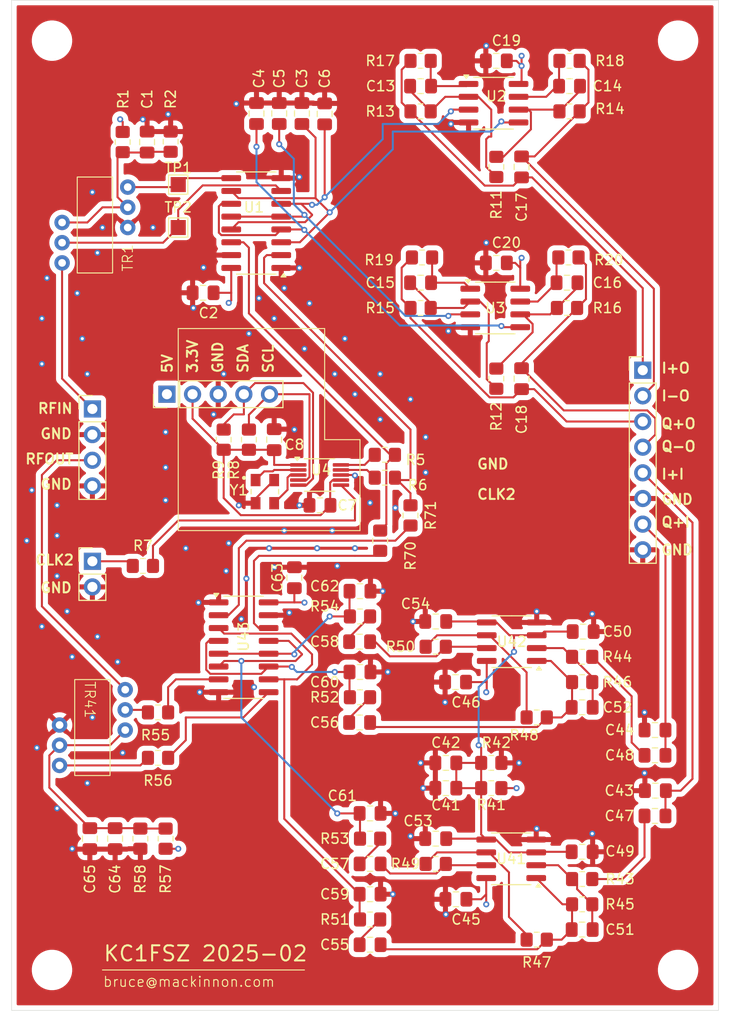
<source format=kicad_pcb>
(kicad_pcb (version 20240108) (generator "pcbnew") (generator_version "8.0")
  (title_block (title "Quadrature TX/RX Board") (date "2025-02-17") (rev "1") (company "Bruce MacKinnon KC1FSZ") (comment 1 "Copyright (C) Bruce MacKinnon, 2025") (comment 2 "NOT FOR COMMERCIAL USE"))
  (layers (0 "F.Cu" signal) (1 "In1.Cu" signal) (2 "In2.Cu" signal) (31 "B.Cu" signal) (34 "B.Paste" user) (35 "F.Paste" user) (36 "B.SilkS" user "B.Silkscreen") (37 "F.SilkS" user "F.Silkscreen") (38 "B.Mask" user) (39 "F.Mask" user) (44 "Edge.Cuts" user))
  (net 0 "")
  (net 1 "Net-(C1-Pad1)")
  (net 2 "GND")
  (net 3 "+5V")
  (net 4 "Net-(U1-1B4)")
  (net 5 "Net-(U1-1B3)")
  (net 6 "Net-(U1-1B2)")
  (net 7 "Net-(U1-1B1)")
  (net 8 "Net-(C13-Pad2)")
  (net 9 "Net-(U2A--)")
  (net 10 "Net-(C14-Pad2)")
  (net 11 "Net-(U2B--)")
  (net 12 "Net-(U3A--)")
  (net 13 "Net-(C15-Pad2)")
  (net 14 "Net-(U3B--)")
  (net 15 "Net-(C16-Pad2)")
  (net 16 "SDA")
  (net 17 "VBIAS")
  (net 18 "I_IN")
  (net 19 "Q_IN")
  (net 20 "Net-(C47-Pad1)")
  (net 21 "Net-(C48-Pad1)")
  (net 22 "Net-(U41A--)")
  (net 23 "Net-(C51-Pad1)")
  (net 24 "Net-(U42A--)")
  (net 25 "Net-(C52-Pad1)")
  (net 26 "Net-(C55-Pad1)")
  (net 27 "Net-(C56-Pad1)")
  (net 28 "Net-(C57-Pad1)")
  (net 29 "Net-(C57-Pad2)")
  (net 30 "Net-(C58-Pad2)")
  (net 31 "Net-(C58-Pad1)")
  (net 32 "P0")
  (net 33 "P90")
  (net 34 "P180")
  (net 35 "P270")
  (net 36 "Net-(C64-Pad1)")
  (net 37 "CLK_I")
  (net 38 "CLK_Q")
  (net 39 "I_MINUS_OUT")
  (net 40 "Net-(U41B--)")
  (net 41 "Net-(U42B--)")
  (net 42 "Net-(R55-Pad2)")
  (net 43 "Net-(U43-1A)")
  (net 44 "Net-(R56-Pad2)")
  (net 45 "Net-(U43-2A)")
  (net 46 "Net-(U1-2A)")
  (net 47 "Net-(U1-1A)")
  (net 48 "+3V3")
  (net 49 "Net-(U4-CLK0)")
  (net 50 "Net-(U4-CLK1)")
  (net 51 "Net-(U4-CLK2)")
  (net 52 "CLK_AUX")
  (net 53 "SCL")
  (net 54 "RF_IN")
  (net 55 "Net-(U4-XB)")
  (net 56 "Net-(U4-XA)")
  (net 57 "I_PLUS_OUT")
  (net 58 "Q_PLUS_OUT")
  (net 59 "Q_MINUS_OUT")
  (net 60 "RF_OUT")
  (net 61 "Net-(U43-S0)")
  (net 62 "Net-(U43-S1)")
  (footprint "Package_SO:SOIC-8_3.9x4.9mm_P1.27mm" (layer "F.Cu") (at 79.475 124.995 180)
    (property "Reference" "U41")
    (property "Value" "LM4562")
  )
  (footprint "Resistor_SMD:R_0805_2012Metric_Pad1.20x1.40mm_HandSolder" (layer "F.Cu") (at 69.5 91 90)
    (property "Reference" "R71")
    (property "Value" "0")
  )
  (footprint "Resistor_SMD:R_0805_2012Metric_Pad1.20x1.40mm_HandSolder" (layer "F.Cu") (at 66.96 85)
    (property "Reference" "R5")
    (property "Value" "47")
  )
  (footprint "Capacitor_SMD:C_0805_2012Metric_Pad1.18x1.45mm_HandSolder" (layer "F.Cu") (at 40.25 123 -90)
    (property "Reference" "C64")
    (property "Value" "10uF")
  )
  (footprint "bruce-footprints:OSCCC320X250X60N" (layer "F.Cu") (at 55.08 88.645)
    (property "Reference" "Y1")
    (property "Value" "CX3225SB25000D0FFFCC")
  )
  (footprint "Resistor_SMD:R_0805_2012Metric_Pad1.20x1.40mm_HandSolder" (layer "F.Cu") (at 45.75 54 90)
    (property "Reference" "R2")
    (property "Value" "10k")
  )
  (footprint "Resistor_SMD:R_0805_2012Metric_Pad1.20x1.40mm_HandSolder" (layer "F.Cu") (at 82 111 180)
    (property "Reference" "R48")
    (property "Value" "10k")
  )
  (footprint "Resistor_SMD:R_0805_2012Metric_Pad1.20x1.40mm_HandSolder" (layer "F.Cu") (at 70.5 46 180)
    (property "Reference" "R17")
    (property "Value" "47")
  )
  (footprint "Resistor_SMD:R_0805_2012Metric_Pad1.20x1.40mm_HandSolder" (layer "F.Cu") (at 85.142372 65.4625)
    (property "Reference" "R20")
    (property "Value" "47")
  )
  (footprint "Capacitor_SMD:C_0805_2012Metric_Pad1.18x1.45mm_HandSolder" (layer "F.Cu") (at 65.5 125.5)
    (property "Reference" "C57")
    (property "Value" "10uF")
  )
  (footprint "Resistor_SMD:R_0805_2012Metric_Pad1.20x1.40mm_HandSolder" (layer "F.Cu") (at 66.5 93.5 90)
    (property "Reference" "R70")
    (property "Value" "0")
  )
  (footprint "Capacitor_SMD:C_0805_2012Metric_Pad1.18x1.45mm_HandSolder" (layer "F.Cu") (at 85 67.9625 180)
    (property "Reference" "C16")
    (property "Value" "4.7n")
  )
  (footprint "Capacitor_SMD:C_0805_2012Metric_Pad1.18x1.45mm_HandSolder" (layer "F.Cu") (at 58.75 51.2125 90)
    (property "Reference" "C3")
    (property "Value" "33nF")
  )
  (footprint "Package_SO:SOIC-8_3.9x4.9mm_P1.27mm" (layer "F.Cu") (at 77.895128 70.4625)
    (property "Reference" "U3")
    (property "Value" "LM4562")
  )
  (footprint "Resistor_SMD:R_0805_2012Metric_Pad1.20x1.40mm_HandSolder" (layer "F.Cu") (at 66.96 87.265)
    (property "Reference" "R6")
    (property "Value" "47")
  )
  (footprint "Resistor_SMD:R_0805_2012Metric_Pad1.20x1.40mm_HandSolder" (layer "F.Cu") (at 77.5 118 180)
    (property "Reference" "R41")
    (property "Value" "2.2k")
  )
  (footprint "MountingHole:MountingHole_3.5mm" (layer "F.Cu") (at 34 136)
    (property "Reference" "H2" (hide yes))
    (property "Value" "MountingHole")
  )
  (footprint "Capacitor_SMD:C_0805_2012Metric_Pad1.18x1.45mm_HandSolder" (layer "F.Cu") (at 64.5 98.5)
    (property "Reference" "C62")
    (property "Value" "0.022uF")
  )
  (footprint "Capacitor_SMD:C_0805_2012Metric_Pad1.18x1.45mm_HandSolder" (layer "F.Cu") (at 60.5375 90 180)
    (property "Reference" "C7")
    (property "Value" "0.47uF")
  )
  (footprint "Capacitor_SMD:C_0805_2012Metric_Pad1.18x1.45mm_HandSolder" (layer "F.Cu") (at 86.5 132)
    (property "Reference" "C51")
    (property "Value" "100pF")
  )
  (footprint "Resistor_SMD:R_0805_2012Metric_Pad1.20x1.40mm_HandSolder" (layer "F.Cu") (at 65.5 123 180)
    (property "Reference" "R53")
    (property "Value" "50")
  )
  (footprint "Capacitor_SMD:C_0805_2012Metric_Pad1.18x1.45mm_HandSolder" (layer "F.Cu") (at 70.5 67.9625)
    (property "Reference" "C15")
    (property "Value" "4.7n")
  )
  (footprint "Capacitor_SMD:C_0805_2012Metric_Pad1.18x1.45mm_HandSolder" (layer "F.Cu") (at 78 46 180)
    (property "Reference" "C19")
    (property "Value" "0.1u")
  )
  (footprint "Resistor_SMD:R_0805_2012Metric_Pad1.20x1.40mm_HandSolder" (layer "F.Cu") (at 85 70.4625)
    (property "Reference" "R16")
    (property "Value" "470")
  )
  (footprint "Resistor_SMD:R_0805_2012Metric_Pad1.20x1.40mm_HandSolder" (layer "F.Cu") (at 86.5 105 180)
    (property "Reference" "R44")
    (property "Value" "10k")
  )
  (footprint "Capacitor_SMD:C_0805_2012Metric_Pad1.18x1.45mm_HandSolder" (layer "F.Cu") (at 74 129 180)
    (property "Reference" "C45")
    (property "Value" "0.1uF")
  )
  (footprint "Resistor_SMD:R_0805_2012Metric_Pad1.20x1.40mm_HandSolder" (layer "F.Cu") (at 77.5 115.5)
    (property "Reference" "R42")
    (property "Value" "2.2k")
  )
  (footprint "bruce-footprints:FT37-43 Trifilar" (layer "F.Cu") (at 38 62 90)
    (property "Reference" "TR1")
    (property "Value" "Trifilar FT37-43")
  )
  (footprint "Capacitor_SMD:C_0805_2012Metric_Pad1.18x1.45mm_HandSolder" (layer "F.Cu") (at 73 118 180)
    (property "Reference" "C41")
    (property "Value" "4.7uF")
  )
  (footprint "Capacitor_SMD:C_0805_2012Metric_Pad1.18x1.45mm_HandSolder" (layer "F.Cu") (at 65.5 120.5)
    (property "Reference" "C61")
    (property "Value" "0.022uF")
  )
  (footprint "Resistor_SMD:R_0805_2012Metric_Pad1.20x1.40mm_HandSolder" (layer "F.Cu") (at 44.5 115 180)
    (property "Reference" "R56")
    (property "Value" "50")
  )
  (footprint "Capacitor_SMD:C_0805_2012Metric_Pad1.18x1.45mm_HandSolder" (layer "F.Cu") (at 65.5 128.5)
    (property "Reference" "C59")
    (property "Value" "0.022uF")
  )
  (footprint "Resistor_SMD:R_0805_2012Metric_Pad1.20x1.40mm_HandSolder" (layer "F.Cu") (at 72 104)
    (property "Reference" "R50")
    (property "Value" "10k")
  )
  (footprint "Package_SO:SOIC-16_3.9x9.9mm_P1.27mm" (layer "F.Cu") (at 54.225 62.055 180)
    (property "Reference" "U1")
    (property "Value" "SN74CBT3253")
  )
  (footprint "TestPoint:TestPoint_Pad_1.5x1.5mm" (layer "F.Cu") (at 46.5 62.5)
    (property "Reference" "TP2")
    (property "Value" "TestPoint")
  )
  (footprint "Capacitor_SMD:C_0805_2012Metric_Pad1.18x1.45mm_HandSolder" (layer "F.Cu") (at 78 66 180)
    (property "Reference" "C20")
    (property "Value" "0.1u")
  )
  (footprint "Capacitor_SMD:C_0805_2012Metric_Pad1.18x1.45mm_HandSolder" (layer "F.Cu") (at 93.7125 120.75)
    (property "Reference" "C47")
    (property "Value" "10uF")
  )
  (footprint "Package_SO:SOIC-8_3.9x4.9mm_P1.27mm" (layer "F.Cu") (at 79.525 103.5 180)
    (property "Reference" "U42")
    (property "Value" "LM4562")
  )
  (footprint "Resistor_SMD:R_0805_2012Metric_Pad1.20x1.40mm_HandSolder" (layer "F.Cu") (at 85.25 46)
    (property "Reference" "R18")
    (property "Value" "47")
  )
  (footprint "Resistor_SMD:R_0805_2012Metric_Pad1.20x1.40mm_HandSolder" (layer "F.Cu") (at 78 77.4625 90)
    (property "Reference" "R12")
    (property "Value" "100")
  )
  (footprint "Capacitor_SMD:C_0805_2012Metric_Pad1.18x1.45mm_HandSolder" (layer "F.Cu") (at 65.5 133.5)
    (property "Reference" "C55")
    (property "Value" "10uF")
  )
  (footprint "Capacitor_SMD:C_0805_2012Metric_Pad1.18x1.45mm_HandSolder" (layer "F.Cu") (at 93.75 118.25 180)
    (property "Reference" "C43")
    (property "Value" "1000pF")
  )
  (footprint "Capacitor_SMD:C_0805_2012Metric_Pad1.18x1.45mm_HandSolder" (layer "F.Cu") (at 86.5 124.3)
    (property "Reference" "C49")
    (property "Value" "0.1uF")
  )
  (footprint "Resistor_SMD:R_0805_2012Metric_Pad1.20x1.40mm_HandSolder" (layer "F.Cu") (at 64.5 101 180)
    (property "Reference" "R54")
    (property "Value" "50")
  )
  (footprint "Package_SO:SOIC-16_3.9x9.9mm_P1.27mm" (layer "F.Cu") (at 52.975 104.055)
    (property "Reference" "U43")
    (property "Value" "SN74CBT3253")
  )
  (footprint "Capacitor_SMD:C_0805_2012Metric_Pad1.18x1.45mm_HandSolder" (layer "F.Cu") (at 64.4625 111.5)
    (property "Reference" "C56")
    (property "Value" "10uF")
  )
  (footprint "Capacitor_SMD:C_0805_2012Metric_Pad1.18x1.45mm_HandSolder" (layer "F.Cu") (at 58 97.1675 90)
    (property "Reference" "C63")
    (property "Value" "0.1uF")
  )
  (footprint "Connector_PinHeader_2.54mm:PinHeader_1x02_P2.54mm_Vertical" (layer "F.Cu") (at 38 95.54)
    (property "Reference" "J3" (hide yes))
    (property "Value" "Conn_01x02")
  )
  (footprint "Capacitor_SMD:C_0805_2012Metric_Pad1.18x1.45mm_HandSolder" (layer "F.Cu") (at 61 51.25 90)
    (property "Reference" "C6")
    (property "Value" "33nF")
  )
  (footprint "Resistor_SMD:R_0805_2012Metric_Pad1.20x1.40mm_HandSolder" (layer "F.Cu") (at 82 133 180)
    (property "Reference" "R47")
    (property "Value" "10k")
  )
  (footprint "Connector_PinHeader_2.54mm:PinHeader_1x05_P2.54mm_Vertical" (layer "F.Cu") (at 45.38 79 90)
    (property "Reference" "J2" (hide yes))
    (property "Value" "Conn_01x05")
  )
  (footprint "Capacitor_SMD:C_0805_2012Metric_Pad1.18x1.45mm_HandSolder" (layer "F.Cu") (at 93.7125 114.75)
    (property "Reference" "C48")
    (property "Value" "10uF")
  )
  (footprint "Resistor_SMD:R_0805_2012Metric_Pad1.20x1.40mm_HandSolder" (layer "F.Cu") (at 41 54.0375 -90)
    (property "Reference" "R1")
    (property "Value" "10k")
  )
  (footprint "Resistor_SMD:R_0805_2012Metric_Pad1.20x1.40mm_HandSolder" (layer "F.Cu") (at 44.5 110.5 180)
    (property "Reference" "R55")
    (property "Value" "50")
  )
  (footprint "Resistor_SMD:R_0805_2012Metric_Pad1.20x1.40mm_HandSolder" (layer "F.Cu") (at 70.5 51 180)
    (property "Reference" "R13")
    (property "Value" "470")
  )
  (footprint "Resistor_SMD:R_0805_2012Metric_Pad1.20x1.40mm_HandSolder" (layer "F.Cu") (at 85.25 51)
    (property "Reference" "R14")
    (property "Value" "470")
  )
  (footprint "Capacitor_SMD:C_0805_2012Metric_Pad1.18x1.45mm_HandSolder" (layer "F.Cu") (at 56.5 51.2125 90)
    (property "Reference" "C5")
    (property "Value" "33nF")
  )
  (footprint "Capacitor_SMD:C_0805_2012Metric_Pad1.18x1.45mm_HandSolder" (layer "F.Cu") (at 37.75 123 -90)
    (property "Reference" "C65")
    (property "Value" "0.1uF")
  )
  (footprint "MountingHole:MountingHole_3.5mm" (layer "F.Cu") (at 96 136)
    (property "Reference" "H4" (hide yes))
    (property "Value" "MountingHole")
  )
  (footprint "Capacitor_SMD:C_0805_2012Metric_Pad1.18x1.45mm_HandSolder" (layer "F.Cu") (at 72 101.5 180)
    (property "Reference" "C54")
    (property "Value" "0.1uF")
  )
  (footprint "Resistor_SMD:R_0805_2012Metric_Pad1.20x1.40mm_HandSolder" (layer "F.Cu") (at 86.5 127 180)
    (property "Reference" "R43")
    (property "Value" "10k")
  )
  (footprint "Resistor_SMD:R_0805_2012Metric_Pad1.20x1.40mm_HandSolder" (layer "F.Cu") (at 51 83.5 90)
    (property "Reference" "R9")
    (property "Value" "10k")
  )
  (footprint "bruce-footprints:FT37-43 Trifilar" (layer "F.Cu") (at 38.25 112.25 -90)
    (property "Reference" "TR41")
    (property "Value" "Trifilar FT37-43")
  )
  (footprint "Resistor_SMD:R_0805_2012Metric_Pad1.20x1.40mm_HandSolder" (layer "F.Cu") (at 72 125.5)
    (property "Reference" "R49")
    (property "Value" "10k")
  )
  (footprint "Resistor_SMD:R_0805_2012Metric_Pad1.20x1.40mm_HandSolder" (layer "F.Cu") (at 45.25 123 90)
    (property "Reference" "R57")
    (property "Value" "2.2k")
  )
  (footprint "Capacitor_SMD:C_0805_2012Metric_Pad1.18x1.45mm_HandSolder" (layer "F.Cu") (at 48.9625 68.96 180)
    (property "Reference" "C2")
    (property "Value" "0.1u")
  )
  (footprint "Package_SO:MSOP-10_3x3mm_P0.5mm" (layer "F.Cu") (at 60.5 87)
    (property "Reference" "U4")
    (property "Value" "Si5351A-B-GT")
  )
  (footprint "Capacitor_SMD:C_0805_2012Metric_Pad1.18x1.45mm_HandSolder" (layer "F.Cu") (at 80.5 77.4625 -90)
    (property "Reference" "C18")
    (property "Value" "10n")
  )
  (footprint "MountingHole:MountingHole_3.5mm" (layer "F.Cu") (at 96 44)
    (property "Reference" "H3" (hide yes))
    (property "Value" "MountingHole")
  )
  (footprint "Capacitor_SMD:C_0805_2012Metric_Pad1.18x1.45mm_HandSolder" (layer "F.Cu") (at 56 83.5 90)
    (property "Reference" "C8")
    (property "Value" "0.47uF")
  )
  (footprint "Capacitor_SMD:C_0805_2012Metric_Pad1.18x1.45mm_HandSolder" (layer "F.Cu") (at 43.417372 54.0375 90)
    (property "Reference" "C1")
    (property "Value" "2.2u")
  )
  (footprint "Package_SO:SOIC-8_3.9x4.9mm_P1.27mm" (layer "F.Cu") (at 77.725 50.192372)
    (property "Reference" "U2")
    (property "Value" "LM4562")
  )
  (footprint "Resistor_SMD:R_0805_2012Metric_Pad1.20x1.40mm_HandSolder" (layer "F.Cu") (at 53.5 83.5 90)
    (property "Reference" "R8")
    (property "Value" "10k")
  )
  (footprint "Resistor_SMD:R_0805_2012Metric_Pad1.20x1.40mm_HandSolder" (layer "F.Cu") (at 70.5 70.4625 180)
    (property "Reference" "R15")
    (property "Value" "470")
  )
  (footprint "MountingHole:MountingHole_3.5mm" (layer "F.Cu") (at 34 44)
    (property "Reference" "H1" (hide yes))
    (property "Value" "MountingHole")
  )
  (footprint "Connector_PinHeader_2.54mm:PinHeader_1x04_P2.54mm_Vertical" (layer "F.Cu") (at 38 80.46)
    (property "Reference" "J1" (hide yes))
    (property "Value" "Conn_01x04")
  )
  (footprint "Connector_PinHeader_2.54mm:PinHeader_1x08_P2.54mm_Vertical" (layer "F.Cu") (at 92.5 76.625)
    (property "Reference" "J4" (hide yes))
    (property "Value" "Conn_01x08")
  )
  (footprint "Capacitor_SMD:C_0805_2012Metric_Pad1.18x1.45mm_HandSolder" (layer "F.Cu") (at 80.5 56.5 -90)
    (property "Reference" "C17")
    (property "Value" "10n")
  )
  (footprint "Capacitor_SMD:C_0805_2012Metric_Pad1.18x1.45mm_HandSolder" (layer "F.Cu") (at 64.5 106.5)
    (property "Reference" "C60")
    (property "Value" "0.022uF")
  )
  (footprint "Capacitor_SMD:C_0805_2012Metric_Pad1.18x1.45mm_HandSolder" (layer "F.Cu") (at 85.25 48.5 180)
    (property "Reference" "C14")
    (property "Value" "4.7n")
  )
  (footprint "Resistor_SMD:R_0805_2012Metric_Pad1.20x1.40mm_HandSolder" (layer "F.Cu") (at 42.75 123 -90)
    (property "Reference" "R58")
    (property "Value" "2.2k")
  )
  (footprint "Resistor_SMD:R_0805_2012Metric_Pad1.20x1.40mm_HandSolder" (layer "F.Cu") (at 65.5 131 180)
    (property "Reference" "R51")
    (property "Value" "50")
  )
  (footprint "Resistor_SMD:R_0805_2012Metric_Pad1.20x1.40mm_HandSolder" (layer "F.Cu") (at 78 56.5 90)
    (property "Reference" "R11")
    (property "Value" "100")
  )
  (footprint "Capacitor_SMD:C_0805_2012Metric_Pad1.18x1.45mm_HandSolder" (layer "F.Cu") (at 73.9625 107.5 180)
    (property "Reference" "C46")
    (property "Value" "0.1uF")
  )
  (footprint "Capacitor_SMD:C_0805_2012Metric_Pad1.18x1.45mm_HandSolder" (layer "F.Cu") (at 86.5 110)
    (property "Reference" "C52")
    (property "Value" "100pF")
  )
  (footprint "Resistor_SMD:R_0805_2012Metric_Pad1.20x1.40mm_HandSolder" (layer "F.Cu") (at 43 96 180)
    (property "Reference" "R7")
    (property "Value" "47")
  )
  (footprint "Resistor_SMD:R_0805_2012Metric_Pad1.20x1.40mm_HandSolder" (layer "F.Cu") (at 70.642372 65.4625 180)
    (property "Reference" "R19")
    (property "Value" "47")
  )
  (footprint "Capacitor_SMD:C_0805_2012Metric_Pad1.18x1.45mm_HandSolder" (layer "F.Cu") (at 70.5 48.5)
    (property "Reference" "C13")
    (property "Value" "4.7n")
  )
  (footprint "Capacitor_SMD:C_0805_2012Metric_Pad1.18x1.45mm_HandSolder" (layer "F.Cu") (at 93.7125 112.25 180)
    (property "Reference" "C44")
    (property "Value" "1000pF")
  )
  (footprint "Resistor_SMD:R_0805_2012Metric_Pad1.20x1.40mm_HandSolder" (layer "F.Cu") (at 86.5 129.5 180)
    (property "Reference" "R45")
    (property "Value" "10k")
  )
  (footprint "Capacitor_SMD:C_0805_2012Metric_Pad1.18x1.45mm_HandSolder" (layer "F.Cu") (at 54.25 51.2125 90)
    (property "Reference" "C4")
    (property "Value" "33nF")
  )
  (footprint "Capacitor_SMD:C_0805_2012Metric_Pad1.18x1.45mm_HandSolder" (layer "F.Cu") (at 72 123 180)
    (property "Reference" "C53")
    (property "Value" "0.1uF")
  )
  (footprint "TestPoint:TestPoint_Pad_1.5x1.5mm" (layer "F.Cu") (at 46.5 58.25)
    (property "Reference" "TP1")
    (property "Value" "TestPoint")
  )
  (footprint "Capacitor_SMD:C_0805_2012Metric_Pad1.18x1.45mm_HandSolder" (layer "F.Cu") (at 73 115.5 180)
    (property "Reference" "C42")
    (property "Value" "0.1uF")
  )
  (footprint "Capacitor_SMD:C_0805_2012Metric_Pad1.18x1.45mm_HandSolder" (layer "F.Cu") (at 64.4625 103.5)
    (property "Reference" "C58")
    (property "Value" "10uF")
  )
  (footprint "Capacitor_SMD:C_0805_2012Metric_Pad1.18x1.45mm_HandSolder" (layer "F.Cu") (at 86.6 102.5)
    (property "Reference" "C50")
    (property "Value" "0.1uF")
  )
  (footprint "Resistor_SMD:R_0805_2012Metric_Pad1.20x1.40mm_HandSolder" (layer "F.Cu") (at 64.5 109 180)
    (property "Reference" "R52")
    (property "Value" "50")
  )
  (footprint "Resistor_SMD:R_0805_2012Metric_Pad1.20x1.40mm_HandSolder" (layer "F.Cu") (at 86.5 107.5 180)
    (property "Reference" "R46")
    (property "Value" "10k")
  )
  (gr_line (start 61 83.5) (end 64.5 83.5) (stroke (width 0.1)) (layer "F.SilkS"))
  (gr_line (start 61 83.5) (end 61 72.5) (stroke (width 0.1)) (layer "F.SilkS"))
  (gr_line (start 46.5 72.5) (end 46.5 92.5) (stroke (width 0.1)) (layer "F.SilkS"))
  (gr_line (start 39 136) (end 59 136) (stroke (width 0.1)) (layer "F.SilkS"))
  (gr_line (start 61 72.5) (end 46.5 72.5) (stroke (width 0.1)) (layer "F.SilkS"))
  (gr_line (start 46.5 92.5) (end 64.5 92.5) (stroke (width 0.1)) (layer "F.SilkS"))
  (gr_line (start 64.5 92.5) (end 64.5 83.5) (stroke (width 0.1)) (layer "F.SilkS"))
  (gr_rect (start 30 40) (end 100 140) (stroke (width 0.05)) (fill none) (layer "Edge.Cuts"))
  (gr_text "I+O" (at 94.25 77 0) (layer "F.SilkS") (effects (font (size 1 1) (thickness 0.2) (bold yes)) (justify left bottom)))
  (gr_text "bruce@mackinnon.com" (at 39 137.75 0) (layer "F.SilkS") (effects (font (size 1 1) (thickness 0.1)) (justify left bottom)))
  (gr_text "Q+O" (at 94.25 82.5 0) (layer "F.SilkS") (effects (font (size 1 1) (thickness 0.2) (bold yes)) (justify left bottom)))
  (gr_text "SCL" (at 56 77 90) (layer "F.SilkS") (effects (font (size 1 1) (thickness 0.2) (bold yes)) (justify left bottom)))
  (gr_text "Q-O" (at 94.25 84.75 0) (layer "F.SilkS") (effects (font (size 1 1) (thickness 0.2) (bold yes)) (justify left bottom)))
  (gr_text "CLK2" (at 76 89.5 0) (layer "F.SilkS") (effects (font (size 1 1) (thickness 0.2) (bold yes)) (justify left bottom)))
  (gr_text "I-O" (at 94.25 79.75 0) (layer "F.SilkS") (effects (font (size 1 1) (thickness 0.2) (bold yes)) (justify left bottom)))
  (gr_text "KC1FSZ 2025-02" (at 39 135.25 0) (layer "F.SilkS") (effects (font (size 1.5 1.5) (thickness 0.2)) (justify left bottom)))
  (gr_text "GND" (at 94.25 90 0) (layer "F.SilkS") (effects (font (size 1 1) (thickness 0.2) (bold yes)) (justify left bottom)))
  (gr_text "3.3V" (at 48.5 77 90) (layer "F.SilkS") (effects (font (size 1 1) (thickness 0.2) (bold yes)) (justify left bottom)))
  (gr_text "GND" (at 94.25 95 0) (layer "F.SilkS") (effects (font (size 1 1) (thickness 0.2) (bold yes)) (justify left bottom)))
  (gr_text "5V" (at 46 77 90) (layer "F.SilkS") (effects (font (size 1 1) (thickness 0.2) (bold yes)) (justify left bottom)))
  (gr_text "CLK2" (at 32.25 96 0) (layer "F.SilkS") (effects (font (size 1 1) (thickness 0.2) (bold yes)) (justify left bottom)))
  (gr_text "Q+I" (at 94.25 92.25 0) (layer "F.SilkS") (effects (font (size 1 1) (thickness 0.2) (bold yes)) (justify left bottom)))
  (gr_text "SDA" (at 53.5 77 90) (layer "F.SilkS") (effects (font (size 1 1) (thickness 0.2) (bold yes)) (justify left bottom)))
  (gr_text "RFOUT" (at 31.25 86 0) (layer "F.SilkS") (effects (font (size 1 1) (thickness 0.2) (bold yes)) (justify left bottom)))
  (gr_text "GND" (at 32.75 88.5 0) (layer "F.SilkS") (effects (font (size 1 1) (thickness 0.2) (bold yes)) (justify left bottom)))
  (gr_text "GND" (at 51 77 90) (layer "F.SilkS") (effects (font (size 1 1) (thickness 0.2) (bold yes)) (justify left bottom)))
  (gr_text "I+I" (at 94.25 87.5 0) (layer "F.SilkS") (effects (font (size 1 1) (thickness 0.2) (bold yes)) (justify left bottom)))
  (gr_text "GND" (at 76 86.5 0) (layer "F.SilkS") (effects (font (size 1 1) (thickness 0.2) (bold yes)) (justify left bottom)))
  (gr_text "RFIN" (at 32.5 81 0) (layer "F.SilkS") (effects (font (size 1 1) (thickness 0.2) (bold yes)) (justify left bottom)))
  (gr_text "GND" (at 32.75 83.5 0) (layer "F.SilkS") (effects (font (size 1 1) (thickness 0.2) (bold yes)) (justify left bottom)))
  (gr_text "GND" (at 32.75 98.75 0) (layer "F.SilkS") (effects (font (size 1 1) (thickness 0.2) (bold yes)) (justify left bottom)))
  (segment (start 45.75 55) (end 43.492372 55) (width 0.2) (layer "F.Cu") (net 1))
  (segment (start 39 60.5) (end 41.5 60.5) (width 0.2) (layer "F.Cu") (net 1))
  (segment (start 43.492372 55) (end 43.417372 55.075) (width 0.2) (layer "F.Cu") (net 1))
  (segment (start 43.417372 55.075) (end 41.0375 55.075) (width 0.2) (layer "F.Cu") (net 1))
  (segment (start 35 62) (end 37.5 62) (width 0.2) (layer "F.Cu") (net 1))
  (segment (start 40.488 55.5495) (end 40.488 59.488) (width 0.2) (layer "F.Cu") (net 1))
  (segment (start 41 55.0375) (end 40.488 55.5495) (width 0.2) (layer "F.Cu") (net 1))
  (segment (start 37.5 62) (end 39 60.5) (width 0.2) (layer "F.Cu") (net 1))
  (segment (start 41.0375 55.075) (end 41 55.0375) (width 0.2) (layer "F.Cu") (net 1))
  (segment (start 40.488 59.488) (end 41.5 60.5) (width 0.2) (layer "F.Cu") (net 1))
  (segment (start 87.5375 124.3) (end 87.5375 122.5375) (width 0.2) (layer "F.Cu") (net 2))
  (segment (start 58.75 50.175) (end 56.25 50.175) (width 0.2) (layer "F.Cu") (net 2))
  (segment (start 72.9625 130.4625) (end 73 130.5) (width 0.2) (layer "F.Cu") (net 2))
  (segment (start 50.5 99.61) (end 48.52 99.61) (width 0.2) (layer "F.Cu") (net 2))
  (segment (start 43.417372 53) (end 43.417372 52.204872) (width 0.2) (layer "F.Cu") (net 2))
  (segment (start 81.95 122.05) (end 82 122) (width 0.2) (layer "F.Cu") (net 2))
  (segment (start 37.75 124.0375) (end 36.0375 124.0375) (width 0.2) (layer "F.Cu") (net 2))
  (segment (start 58.39 57.61) (end 58.5 57.5) (width 0.2) (layer "F.Cu") (net 2))
  (segment (start 42.75 124) (end 42.5 124) (width 0.2) (layer "F.Cu") (net 2))
  (segment (start 76.9625 44.5375) (end 77 44.5) (width 0.2) (layer "F.Cu") (net 2))
  (segment (start 60.9625 50.175) (end 61 50.2125) (width 0.2) (layer "F.Cu") (net 2))
  (segment (start 66.5375 120.5) (end 68 120.5) (width 0.2) (layer "F.Cu") (net 2))
  (segment (start 43.417372 52.204872) (end 43 51.7875) (width 0.2) (layer "F.Cu") (net 2))
  (segment (start 78.5 115.5) (end 80.25 115.5) (width 0.2) (layer "F.Cu") (net 2))
  (segment (start 48.52 99.61) (end 48.5 99.63) (width 0.2) (layer "F.Cu") (net 2))
  (segment (start 92.7125 116.5375) (end 92.675 116.5) (width 0.2) (layer "F.Cu") (net 2))
  (segment (start 72.9625 129) (end 72.9625 130.4625) (width 0.2) (layer "F.Cu") (net 2))
  (segment (start 71.9625 115.5) (end 70.5 115.5) (width 0.2) (layer "F.Cu") (net 2))
  (segment (start 56.7 57.61) (end 58.39 57.61) (width 0.2) (layer "F.Cu") (net 2))
  (segment (start 51.75 65.23) (end 50.23 65.23) (width 0.2) (layer "F.Cu") (net 2))
  (segment (start 36.0375 124.0375) (end 36 124) (width 0.2) (layer "F.Cu") (net 2))
  (segment (start 59.5 90) (end 58.5 90) (width 0.2) (layer "F.Cu") (net 2))
  (segment (start 76.9625 66) (end 76.9625 64.0375) (width 0.2) (layer "F.Cu") (net 2))
  (segment (start 73.652628 52.097372) (end 73.5 52.25) (width 0.2) (layer "F.Cu") (net 2))
  (segment (start 66.5375 128.5) (end 67.75 128.5) (width 0.2) (layer "F.Cu") (net 2))
  (segment (start 58 96.13) (end 56 96.13) (width 0.2) (layer "F.Cu") (net 2))
  (segment (start 87.5375 122.5375) (end 87.5 122.5) (width 0.2) (layer "F.Cu") (net 2))
  (segment (start 56.7 66.5) (end 58.5 66.5) (width 0.2) (layer "F.Cu") (net 2))
  (segment (start 54.25 50.175) (end 52.325 50.175) (width 0.2) (layer "F.Cu") (net 2))
  (segment (start 56 82.4625) (end 57.9625 82.4625) (width 0.2) (layer "F.Cu") (net 2))
  (segment (start 50.5 108.5) (end 48.63 108.5) (width 0.2) (layer "F.Cu") (net 2))
  (segment (start 58.75 50.175) (end 60.9625 50.175) (width 0.2) (layer "F.Cu") (net 2))
  (segment (start 52.325 50.175) (end 52.25 50.25) (width 0.2) (layer "F.Cu") (net 2))
  (segment (start 45.75 53) (end 45.75 51.5375) (width 0.2) (layer "F.Cu") (net 2))
  (segment (start 54.25 50.175) (end 56.5 50.175) (width 0.2) (layer "F.Cu") (net 2))
  (segment (start 71.9625 118) (end 71.9625 115.5) (width 0.2) (layer "F.Cu") (net 2))
  (segment (start 92.675 112.25) (end 92.675 110.5) (width 0.2) (layer "F.Cu") (net 2))
  (segment (start 87.6375 100.8875) (end 87.5 100.75) (width 0.2) (layer "F.Cu") (net 2))
  (segment (start 47.925 68.96) (end 47.925 70.385) (width 0.2) (layer "F.Cu") (net 2))
  (segment (start 47.925 70.385) (end 48 70.46) (width 0.2) (layer "F.Cu") (net 2))
  (segment (start 92.7125 118.25) (end 92.7125 116.5375) (width 0.2) (layer "F.Cu") (net 2))
  (segment (start 76.9625 46) (end 76.9625 44.5375) (width 0.2) (layer "F.Cu") (net 2))
  (segment (start 54.16 89.34) (end 56 87.5) (width 0.2) (layer "F.Cu") (net 2))
  (segment (start 81.95 123.09) (end 81.95 122.05) (width 0.2) (layer "F.Cu") (net 2))
  (segment (start 42.4625 124.0375) (end 40.25 124.0375) (width 0.2) (layer "F.Cu") (net 2))
  (segment (start 69.75 123) (end 69.5 122.75) (width 0.2) (layer "F.Cu") (net 2))
  (segment (start 76.9625 64.0375) (end 77 64) (width 0.2) (layer "F.Cu") (net 2))
  (segment (start 54.16 89.79) (end 52.71 89.79) (width 0.2) (layer "F.Cu") (net 2))
  (segment (start 42.5 124) (end 42.4625 124.0375) (width 0.2) (layer "F.Cu") (net 2))
  (segment (start 82 101.595) (end 82 100.5) (width 0.2) (layer "F.Cu") (net 2))
  (segment (start 75.25 52.097372) (end 73.652628 52.097372) (width 0.2) (layer "F.Cu") (net 2))
  (segment (start 65.5375 106.5) (end 67.25 106.5) (width 0.2) (layer "F.Cu") (net 2))
  (segment (start 87.6375 102.5) (end 87.6375 100.8875) (width 0.2) (layer "F.Cu") (net 2))
  (segment (start 50.23 65.23) (end 49 66.46) (width 0.2) (layer "F.Cu") (net 2))
  (segment (start 40.25 124.0375) (end 37.75 124.0375) (width 0.2) (layer "F.Cu") (net 2))
  (segment (start 72.925 109.5) (end 72.925 107.5) (width 0.2) (layer "F.Cu") (net 2))
  (segment (start 55.45 100.88) (end 57.25 100.88) (width 0.2) (layer "F.Cu") (net 2))
  (segment (start 65.5375 98.5) (end 66.75 98.5) (width 0.2) (layer "F.Cu") (net 2))
  (segment (start 73.6325 72.3675) (end 73.25 72.75) (width 0.2) (layer "F.Cu") (net 2))
  (segment (start 57.25 100.88) (end 57.5 100.63) (width 0.2) (layer "F.Cu") (net 2))
  (segment (start 75.420128 72.3675) (end 73.6325 72.3675) (width 0.2) (layer "F.Cu") (net 2))
  (segment (start 70.9625 101.5) (end 69.75 101.5) (width 0.2) (layer "F.Cu") (net 2))
  (segment (start 71.9625 118) (end 70.75 118) (width 0.2) (layer "F.Cu") (net 2))
  (segment (start 70.9625 123) (end 69.75 123) (width 0.2) (layer "F.Cu") (net 2))
  (segment (start 54.16 89.79) (end 54.16 89.34) (width 0.2) (layer "F.Cu") (net 2))
  (segment (start 57.9625 82.4625) (end 58 82.5) (width 0.2) (layer "F.Cu") (net 2))
  (segment (start 45.75 51.5375) (end 45.5 51.2875) (width 0.2) (layer "F.Cu") (net 2))
  (segment (start 62.6125 87) (end 63.95 87) (width 0.2) (layer "F.Cu") (net 2))
  (segment (start 52.71 89.79) (end 52.5 90) (width 0.2) (layer "F.Cu") (net 2))
  (segment (start 63.95 87) (end 64 87.05) (width 0.2) (layer "F.Cu") (net 2))
  (via (at 62.25 96) (size 0.6) (drill 0.3) (layers "F.Cu" "B.Cu") (net 2))
  (via (at 82 122) (size 0.6) (drill 0.3) (layers "F.Cu" "B.Cu") (net 2))
  (via (at 70.75 118) (size 0.6) (drill 0.3) (layers "F.Cu" "B.Cu") (net 2))
  (via (at 44 62.5) (size 0.6) (drill 0.3) (layers "F.Cu" "B.Cu") (net 2))
  (via (at 92.675 116.5) (size 0.6) (drill 0.3) (layers "F.Cu" "B.Cu") (net 2))
  (via (at 33 71.5) (size 0.6) (drill 0.3) (layers "F.Cu" "B.Cu") (net 2))
  (via (at 66.5 77) (size 0.6) (drill 0.3) (layers "F.Cu" "B.Cu") (net 2))
  (via (at 45.25 82.75) (size 0.6) (drill 0.3) (layers "F.Cu" "B.Cu") (net 2))
  (via (at 33.5 67.5) (size 0.6) (drill 0.3) (layers "F.Cu" "B.Cu") (net 2))
  (via (at 34.5 90) (size 0.6) (drill 0.3) (layers "F.Cu" "B.Cu") (net 2))
  (via (at 50 81) (size 0.6) (drill 0.3) (layers "F.Cu" "B.Cu") (net 2))
  (via (at 73 130.5) (size 0.6) (drill 0.3) (layers "F.Cu" "B.Cu") (net 2))
  (via (at 36 124) (size 0.6) (drill 0.3) (layers "F.Cu" "B.Cu") (net 2))
  (via (at 38.5 103) (size 0.6) (drill 0.3) (layers "F.Cu" "B.Cu") (net 2))
  (via (at 66.75 98.5) (size 0.6) (drill 0.3) (layers "F.Cu" "B.Cu") (net 2))
  (via (at 47.25 94.25) (size 0.6) (drill 0.3) (layers "F.Cu" "B.Cu") (net 2))
  (via (at 55.5 94.25) (size 0.6) (drill 0.3) (layers "F.Cu" "B.Cu") (net 2))
  (via (at 56 71.5) (size 0.6) (drill 0.3) (layers "F.Cu" "B.Cu") (net 2))
  (via (at 45.25 89.5) (size 0.6) (drill 0.3) (layers "F.Cu" "B.Cu") (net 2))
  (via (at 64 94.25) (size 0.6) (drill 0.3) (layers "F.Cu" "B.Cu") (net 2))
  (via (at 36.5 69) (size 0.6) (drill 0.3) (layers "F.Cu" "B.Cu") (net 2))
  (via (at 39 62.5) (size 0.6) (drill 0.3) (layers "F.Cu" "B.Cu") (net 2))
  (via (at 45.5 51.2875) (size 0.6) (drill 0.3) (layers "F.Cu" "B.Cu") (net 2))
  (via (at 69.5 79.5) (size 0.6) (drill 0.3) (layers "F.Cu" "B.Cu") (net 2))
  (via (at 51.5 93.75) (size 0.6) (drill 0.3) (layers "F.Cu" "B.Cu") (net 2))
  (via (at 62 77) (size 0.6) (drill 0.3) (layers "F.Cu" "B.Cu") (net 2))
  (via (at 80.25 115.5) (size 0.6) (drill 0.3) (layers "F.Cu" "B.Cu") (net 2))
  (via (at 33 102) (size 0.6) (drill 0.3) (layers "F.Cu" "B.Cu") (net 2))
  (via (at 68 90.25) (size 0.6) (drill 0.3) (layers "F.Cu" "B.Cu") (net 2))
  (via (at 34.5 97) (size 0.6) (drill 0.3) (layers "F.Cu" "B.Cu") (net 2))
  (via (at 52.75 101.25) (size 0.6) (drill 0.3) (layers "F.Cu" "B.Cu") (net 2))
  (via (at 34.5 93) (size 0.6) (drill 0.3) (layers "F.Cu" "B.Cu") (net 2))
  (via (at 36 105) (size 0.6) (drill 0.3) (layers "F.Cu" "B.Cu") (net 2))
  (via (at 77 64) (size 0.6) (drill 0.3) (layers "F.Cu" "B.Cu") (net 2))
  (via (at 52.5 90) (size 0.6) (drill 0.3) (layers "F.Cu" "B.Cu") (net 2))
  (via (at 69.75 101.5) (size 0.6) (drill 0.3) (layers "F.Cu" "B.Cu") (net 2))
  (via (at 54.5 69.5) (size 0.6) (drill 0.3) (layers "F.Cu" "B.Cu") (net 2))
  (via (at 72.925 109.5) (size 0.6) (drill 0.3) (layers "F.Cu" "B.Cu") (net 2))
  (via (at 64 79) (size 0.6) (drill 0.3) (layers "F.Cu" "B.Cu") (net 2))
  (via (at 61.75 92.5) (size 0.6) (drill 0.3) (layers "F.Cu" "B.Cu") (net 2))
  (via (at 31.5 93.5) (size 0.6) (drill 0.3) (layers "F.Cu" "B.Cu") (net 2))
  (via (at 63 73.5) (size 0.6) (drill 0.3) (layers "F.Cu" "B.Cu") (net 2))
  (via (at 59 74.5) (size 0.6) (drill 0.3) (layers "F.Cu" "B.Cu") (net 2))
  (via (at 48.63 108.5) (size 0.6) (drill 0.3) (layers "F.Cu" "B.Cu") (net 2))
  (via (at 82 100.5) (size 0.6) (drill 0.3) (layers "F.Cu" "B.Cu") (net 2))
  (via (at 73.5 52.25) (size 0.6) (drill 0.3) (layers "F.Cu" "B.Cu") (net 2))
  (via (at 60.25 94.25) (size 0.6) (drill 0.3) (layers "F.Cu" "B.Cu") (net 2))
  (via (at 45.25 86.25) (size 0.6) (drill 0.3) (layers "F.Cu" "B.Cu") (net 2))
  (via (at 52.25 50.25) (size 0.6) (drill 0.3) (layers "F.Cu" "B.Cu") (net 2))
  (via (at 77 44.5) (size 0.6) (drill 0.3) (layers "F.Cu" "B.Cu") (net 2))
  (via (at 48 70.46) (size 0.6) (drill 0.3) (layers "F.Cu" "B.Cu") (net 2))
  (via (at 33 76) (size 0.6) (drill 0.3) (layers "F.Cu" "B.Cu") (net 2))
  (via (at 43 51.7875) (size 0.6) (drill 0.3) (layers "F.Cu" "B.Cu") (net 2))
  (via (at 66.5 81.5) (size 0.6) (drill 0.3) (layers "F.Cu" "B.Cu") (net 2))
  (via (at 57.5 100.63) (size 0.6) (drill 0.3) (layers "F.Cu" "B.Cu") (net 2))
  (via (at 38 59) (size 0.6) (drill 0.3) (layers "F.Cu" "B.Cu") (net 2))
  (via (at 70.5 115.5) (size 0.6) (drill 0.3) (layers "F.Cu" "B.Cu") (net 2))
  (via (at 38 111) (size 0.6) (drill 0.3) (layers "F.Cu" "B.Cu") (net 2))
  (via (at 92.675 110.5) (size 0.6) (drill 0.3) (layers "F.Cu" "B.Cu") (net 2))
  (via (at 34.5 120) (size 0.6) (drill 0.3) (layers "F.Cu" "B.Cu") (net 2))
  (via (at 37.5 77) (size 0.6) (drill 0.3) (layers "F.Cu" "B.Cu") (net 2))
  (via (at 58 82.5) (size 0.6) (drill 0.3) (layers "F.Cu" "B.Cu") (net 2))
  (via (at 51.25 96.5) (size 0.6) (drill 0.3) (layers "F.Cu" "B.Cu") (net 2))
  (via (at 35.5 100.5) (size 0.6) (drill 0.3) (layers "F.Cu" "B.Cu") (net 2))
  (via (at 49 66.46) (size 0.6) (drill 0.3) (layers "F.Cu" "B.Cu") (net 2))
  (via (at 48.5 99.63) (size 0.6) (drill 0.3) (layers "F.Cu" "B.Cu") (net 2))
  (via (at 57 92.5) (size 0.6) (drill 0.3) (layers "F.Cu" "B.Cu") (net 2))
  (via (at 58.5 57.5) (size 0.6) (drill 0.3) (layers "F.Cu" "B.Cu") (net 2))
  (via (at 64 87.05) (size 0.6) (drill 0.3) (layers "F.Cu" "B.Cu") (net 2))
  (via (at 57 68.5) (size 0.6) (drill 0.3) (layers "F.Cu" "B.Cu") (net 2))
  (via (at 71 83.25) (size 0.6) (drill 0.3) (layers "F.Cu" "B.Cu") (net 2))
  (via (at 32.5 114) (size 0.6) (drill 0.3) (layers "F.Cu" "B.Cu") (net 2))
  (via (at 41 114.5) (size 0.6) (drill 0.3) (layers "F.Cu" "B.Cu") (net 2))
  (via (at 58.5 90) (size 0.6) (drill 0.3) (layers "F.Cu" "B.Cu") (net 2))
  (via (at 87.5 100.75) (size 0.6) (drill 0.3) (layers "F.Cu" "B.Cu") (net 2))
  (via (at 71 86.75) (size 0.6) (drill 0.3) (layers "F.Cu" "B.Cu") (net 2))
  (via (at 51 77) (size 0.6) (drill 0.3) (layers "F.Cu" "B.Cu") (net 2))
  (via (at 65.5 89.75) (size 0.6) (drill 0.3) (layers "F.Cu" "B.Cu") (net 2))
  (via (at 87.5 122.5) (size 0.6) (drill 0.3) (layers "F.Cu" "B.Cu") (net 2))
  (via (at 37.5 117.5) (size 0.6) (drill 0.3) (layers "F.Cu" "B.Cu") (net 2))
  (via (at 53.5 73) (size 0.6) (drill 0.3) (layers "F.Cu" "B.Cu") (net 2))
  (via (at 59.5 70) (size 0.6) (drill 0.3) (layers "F.Cu" "B.Cu") (net 2))
  (via (at 53.25 97.25) (size 0.6) (drill 0.3) (layers "F.Cu" "B.Cu") (net 2))
  (via (at 38.5 65) (size 0.6) (drill 0.3) (layers "F.Cu" "B.Cu") (net 2))
  (via (at 69.5 122.75) (size 0.6) (drill 0.3) (layers "F.Cu" "B.Cu") (net 2))
  (via (at 37 73.5) (size 0.6) (drill 0.3) (layers "F.Cu" "B.Cu") (net 2))
  (via (at 32 88.5) (size 0.6) (drill 0.3) (layers "F.Cu" "B.Cu") (net 2))
  (via (at 40.5 105.5) (size 0.6) (drill 0.3) (layers "F.Cu" "B.Cu") (net 2))
  (via (at 58.5 66.5) (size 0.6) (drill 0.3) (layers "F.Cu" "B.Cu") (net 2))
  (via (at 67.25 106.5) (size 0.6) (drill 0.3) (layers "F.Cu" "B.Cu") (net 2))
  (via (at 67.75 128.5) (size 0.6) (drill 0.3) (layers "F.Cu" "B.Cu") (net 2))
  (via (at 56 96.13) (size 0.6) (drill 0.3) (layers "F.Cu" "B.Cu") (net 2))
  (via (at 54 108) (size 0.6) (drill 0.3) (layers "F.Cu" "B.Cu") (net 2))
  (via (at 68 120.5) (size 0.6) (drill 0.3) (layers "F.Cu" "B.Cu") (net 2))
  (via (at 73.25 72.75) (size 0.6) (drill 0.3) (layers "F.Cu" "B.Cu") (net 2))
  (segment (start 50 68.96) (end 51.75 68.96) (width 0.2) (layer "F.Cu") (net 3))
  (segment (start 76.5 129) (end 77 128.5) (width 0.2) (layer "F.Cu") (net 3))
  (segment (start 75 107.5) (end 77.05 107.5) (width 0.2) (layer "F.Cu") (net 3))
  (segment (start 51.75 68.96) (end 51.75 69.71) (width 0.2) (layer "F.Cu") (net 3))
  (segment (start 80.370128 66.5) (end 80.370128 65.629872) (width 0.2) (layer "F.Cu") (net 3))
  (segment (start 79.0375 66) (end 79.870128 66) (width 0.2) (layer "F.Cu") (net 3))
  (segment (start 80.2 48.287372) (end 80.5 47.987372) (width 0.2) (layer "F.Cu") (net 3))
  (segment (start 77.05 105.405) (end 77.05 107.5) (width 0.2) (layer "F.Cu") (net 3))
  (segment (start 55.45 99.61) (end 58 99.61) (width 0.2) (layer "F.Cu") (net 3))
  (segment (start 75.0375 129) (end 76.5 129) (width 0.2) (layer "F.Cu") (net 3))
  (segment (start 79.0375 46) (end 80 46) (width 0.2) (layer "F.Cu") (net 3))
  (segment (start 58 99.61) (end 58.98 99.61) (width 0.2) (layer "F.Cu") (net 3))
  (segment (start 41 53.0375) (end 41 52.0375) (width 0.2) (layer "F.Cu") (net 3))
  (segment (start 77.05 107.5) (end 77.05 108.45) (width 0.2) (layer "F.Cu") (net 3))
  (segment (start 80.370128 68.5575) (end 80.370128 66.5) (width 0.2) (layer "F.Cu") (net 3))
  (segment (start 58 98.205) (end 58 99.61) (width 0.2) (layer "F.Cu") (net 3))
  (segment (start 77 128.5) (end 77 129.5) (width 0.2) (layer "F.Cu") (net 3))
  (segment (start 80 46) (end 80.5 46.5) (width 0.2) (layer "F.Cu") (net 3))
  (segment (start 51.75 69.71) (end 51.5 69.96) (width 0.2) (layer "F.Cu") (net 3))
  (segment (start 77 126.9) (end 77 128.5) (width 0.2) (layer "F.Cu") (net 3))
  (segment (start 77.05 108.45) (end 77 108.5) (width 0.2) (layer "F.Cu") (net 3))
  (segment (start 78.5 118) (end 80 118) (width 0.2) (layer "F.Cu") (net 3))
  (segment (start 80.5 47.987372) (end 80.5 46.5) (width 0.2) (layer "F.Cu") (net 3))
  (segment (start 80.5 46.5) (end 80.5 45.5) (width 0.2) (layer "F.Cu") (net 3))
  (segment (start 80.370128 65.629872) (end 80.5 65.5) (width 0.2) (layer "F.Cu") (net 3))
  (segment (start 41 52.0375) (end 40.75 51.7875) (width 0.2) (layer "F.Cu") (net 3))
  (segment (start 45.25 124) (end 46.5 124) (width 0.2) (layer "F.Cu") (net 3))
  (segment (start 58.98 99.61) (end 59 99.63) (width 0.2) (layer "F.Cu") (net 3))
  (segment (start 79.870128 66) (end 80.370128 66.5) (width 0.2) (layer "F.Cu") (net 3))
  (segment (start 51.75 66.5) (end 51.75 68.96) (width 0.2) (layer "F.Cu") (net 3))
  (via (at 77 129.5) (size 0.6) (drill 0.3) (layers "F.Cu" "B.Cu") (net 3))
  (via (at 40.75 51.7875) (size 0.6) (drill 0.3) (layers "F.Cu" "B.Cu") (net 3))
  (via (at 80.5 46.5) (size 0.6) (drill 0.3) (layers "F.Cu" "B.Cu") (net 3))
  (via (at 51.5 69.96) (size 0.6) (drill 0.3) (layers "F.Cu" "B.Cu") (net 3))
  (via (at 77 108.5) (size 0.6) (drill 0.3) (layers "F.Cu" "B.Cu") (net 3))
  (via (at 80.5 65.5) (size 0.6) (drill 0.3) (layers "F.Cu" "B.Cu") (net 3))
  (via (at 80.5 45.5) (size 0.6) (drill 0.3) (layers "F.Cu" "B.Cu") (net 3))
  (via (at 80 118) (size 0.6) (drill 0.3) (layers "F.Cu" "B.Cu") (net 3))
  (via (at 59 99.63) (size 0.6) (drill 0.3) (layers "F.Cu" "B.Cu") (net 3))
  (via (at 46.5 124) (size 0.6) (drill 0.3) (layers "F.Cu" "B.Cu") (net 3))
  (segment (start 51.75 58.88) (end 52.47 59.6) (width 0.2) (layer "F.Cu") (net 4))
  (segment (start 61.5 61) (end 58.54 63.96) (width 0.2) (layer "F.Cu") (net 4))
  (segment (start 60.1 59.6) (end 61.375 60.875) (width 0.2) (layer "F.Cu") (net 4))
  (segment (start 52.47 59.6) (end 60.1 59.6) (width 0.2) (layer "F.Cu") (net 4))
  (segment (start 60.1 53.6) (end 60.1 59.6) (width 0.2) (layer "F.Cu") (net 4))
  (segment (start 58.54 63.96) (end 56.7 63.96) (width 0.2) (layer "F.Cu") (net 4))
  (segment (start 58.75 52.25) (end 60.1 53.6) (width 0.2) (layer "F.Cu") (net 4))
  (segment (start 78.597372 52.097372) (end 78.5 52) (width 0.2) (layer "F.Cu") (net 4))
  (segment (start 61.375 60.875) (end 61.5 61) (width 0.2) (layer "F.Cu") (net 4))
  (segment (start 80.2 52.097372) (end 78.597372 52.097372) (width 0.2) (layer "F.Cu") (net 4))
  (via (at 61.5 61) (size 0.6) (drill 0.3) (layers "F.Cu" "B.Cu") (net 4))
  (via (at 78.5 52) (size 0.6) (drill 0.3) (layers "F.Cu" "B.Cu") (net 4))
  (segment (start 67.75 53) (end 67.75 54.75) (width 0.2) (layer "B.Cu") (net 4))
  (segment (start 78.5 52) (end 77.5 53) (width 0.2) (layer "B.Cu") (net 4))
  (segment (start 77.5 53) (end 67.75 53) (width 0.2) (layer "B.Cu") (net 4))
  (segment (start 67.75 54.75) (end 61.5 61) (width 0.2) (layer "B.Cu") (net 4))
  (segment (start 78.6175 72.3675) (end 78.5 72.25) (width 0.2) (layer "F.Cu") (net 5))
  (segment (start 56.7 62.69) (end 58.94 62.69) (width 0.2) (layer "F.Cu") (net 5))
  (segment (start 58.94 62.69) (end 58.986091 62.736091) (width 0.2) (layer "F.Cu") (net 5))
  (segment (start 80.370128 72.3675) (end 78.6175 72.3675) (width 0.2) (layer "F.Cu") (net 5))
  (segment (start 50.765158 63.25) (end 56.14 63.25) (width 0.2) (layer "F.Cu") (net 5))
  (segment (start 54.25 52.25) (end 54.25 54.5) (width 0.2) (layer "F.Cu") (net 5))
  (segment (start 50.525 63.009842) (end 50.765158 63.25) (width 0.2) (layer "F.Cu") (net 5))
  (segment (start 51.75 60.15) (end 50.775001 60.15) (width 0.2) (layer "F.Cu") (net 5))
  (segment (start 50.775001 60.15) (end 50.525 60.400001) (width 0.2) (layer "F.Cu") (net 5))
  (segment (start 56.14 63.25) (end 56.7 62.69) (width 0.2) (layer "F.Cu") (net 5))
  (segment (start 50.525 60.400001) (end 50.525 63.009842) (width 0.2) (layer "F.Cu") (net 5))
  (via (at 54.25 54.5) (size 0.6) (drill 0.3) (layers "F.Cu" "B.Cu") (net 5))
  (via (at 58.986091 62.736091) (size 0.6) (drill 0.3) (layers "F.Cu" "B.Cu") (net 5))
  (via (at 78.5 72.25) (size 0.6) (drill 0.3) (layers "F.Cu" "B.Cu") (net 5))
  (segment (start 54.25 58) (end 58.986091 62.736091) (width 0.2) (layer "B.Cu") (net 5))
  (segment (start 78.45 72.2) (end 68.45 72.2) (width 0.2) (layer "B.Cu") (net 5))
  (segment (start 54.25 54.5) (end 54.25 58) (width 0.2) (layer "B.Cu") (net 5))
  (segment (start 78.5 72.25) (end 78.45 72.2) (width 0.2) (layer "B.Cu") (net 5))
  (segment (start 68.45 72.2) (end 58.986091 62.736091) (width 0.2) (layer "B.Cu") (net 5))
  (segment (start 73.4025 71.0975) (end 73.25 71.25) (width 0.2) (layer "F.Cu") (net 6))
  (segment (start 56.7 61.42) (end 58.83 61.42) (width 0.2) (layer "F.Cu") (net 6))
  (segment (start 75.420128 71.0975) (end 73.4025 71.0975) (width 0.2) (layer "F.Cu") (net 6))
  (segment (start 51.75 61.42) (end 56.7 61.42) (width 0.2) (layer "F.Cu") (net 6))
  (segment (start 56.5 52.25) (end 56.5 54.25) (width 0.2) (layer "F.Cu") (net 6))
  (segment (start 58.83 61.42) (end 59 61.25) (width 0.2) (layer "F.Cu") (net 6))
  (via (at 59 61.25) (size 0.6) (drill 0.3) (layers "F.Cu" "B.Cu") (net 6))
  (via (at 56.5 54.25) (size 0.6) (drill 0.3) (layers "F.Cu" "B.Cu") (net 6))
  (via (at 73.25 71.25) (size 0.6) (drill 0.3) (layers "F.Cu" "B.Cu") (net 6))
  (segment (start 56.5 54.25) (end 57.95 55.7) (width 0.2) (layer "B.Cu") (net 6))
  (segment (start 69 71.25) (end 59 61.25) (width 0.2) (layer "B.Cu") (net 6))
  (segment (start 57.95 60.2) (end 59 61.25) (width 0.2) (layer "B.Cu") (net 6))
  (segment (start 73.25 71.25) (end 69 71.25) (width 0.2) (layer "B.Cu") (net 6))
  (segment (start 57.95 55.7) (end 57.95 60.2) (width 0.2) (layer "B.Cu") (net 6))
  (segment (start 59.057818 61.97) (end 52.47 61.97) (width 0.2) (layer "F.Cu") (net 7))
  (segment (start 56.7 60.15) (end 58.677818 60.15) (width 0.2) (layer "F.Cu") (net 7))
  (segment (start 61 52.2875) (end 61 59.5) (width 0.2) (layer "F.Cu") (net 7))
  (segment (start 52.47 61.97) (end 51.75 62.69) (width 0.2) (layer "F.Cu") (net 7))
  (segment (start 58.677818 60.15) (end 59.75 61.222182) (width 0.2) (layer "F.Cu") (net 7))
  (segment (start 59.65 60.15) (end 59.75 60.25) (width 0.2) (layer "F.Cu") (net 7))
  (segment (start 59.75 61.277818) (end 59.057818 61.97) (width 0.2) (layer "F.Cu") (net 7))
  (segment (start 73.672628 50.827372) (end 73.5 51) (width 0.2) (layer "F.Cu") (net 7))
  (segment (start 75.25 50.827372) (end 73.672628 50.827372) (width 0.2) (layer "F.Cu") (net 7))
  (segment (start 56.7 60.15) (end 59.65 60.15) (width 0.2) (layer "F.Cu") (net 7))
  (segment (start 59.75 61.222182) (end 59.75 61.277818) (width 0.2) (layer "F.Cu") (net 7))
  (via (at 73.5 51) (size 0.6) (drill 0.3) (layers "F.Cu" "B.Cu") (net 7))
  (via (at 61 59.5) (size 0.6) (drill 0.3) (layers "F.Cu" "B.Cu") (net 7))
  (via (at 59.75 60.25) (size 0.6) (drill 0.3) (layers "F.Cu" "B.Cu") (net 7))
  (segment (start 73.5 51) (end 72.25 52.25) (width 0.2) (layer "B.Cu") (net 7))
  (segment (start 60.25 60.25) (end 61 59.5) (width 0.2) (layer "B.Cu") (net 7))
  (segment (start 66.75 53.75) (end 61 59.5) (width 0.2) (layer "B.Cu") (net 7))
  (segment (start 59.75 60.25) (end 60.25 60.25) (width 0.2) (layer "B.Cu") (net 7))
  (segment (start 66.75 52.25) (end 66.75 53.75) (width 0.2) (layer "B.Cu") (net 7))
  (segment (start 72.25 52.25) (end 66.75 52.25) (width 0.2) (layer "B.Cu") (net 7))
  (segment (start 71.5 46) (end 71.5 48.4625) (width 0.2) (layer "F.Cu") (net 8))
  (segment (start 71.5 48.4625) (end 71.5375 48.5) (width 0.2) (layer "F.Cu") (net 8))
  (segment (start 75.037372 48.5) (end 75.25 48.287372) (width 0.2) (layer "F.Cu") (net 8))
  (segment (start 71.5375 48.5) (end 75.037372 48.5) (width 0.2) (layer "F.Cu") (net 8))
  (segment (start 77.5 53.5) (end 77.5 50.832373) (width 0.2) (layer "F.Cu") (net 9))
  (segment (start 71.5 51) (end 69.4625 48.9625) (width 0.2) (layer "F.Cu") (net 9))
  (segment (start 77 56.5) (end 77 53.75) (width 0.2) (layer "F.Cu") (net 9))
  (segment (start 78 57.5) (end 77 56.5) (width 0.2) (layer "F.Cu") (net 9))
  (segment (start 77.25 53.5) (end 77.5 53.5) (width 0.2) (layer "F.Cu") (net 9))
  (segment (start 77.5 50.832373) (end 76.224999 49.557372) (width 0.2) (layer "F.Cu") (net 9))
  (segment (start 77 53.75) (end 77.25 53.5) (width 0.2) (layer "F.Cu") (net 9))
  (segment (start 69.4625 48.9625) (end 69.4625 48.5) (width 0.2) (layer "F.Cu") (net 9))
  (segment (start 72.942628 49.557372) (end 75.25 49.557372) (width 0.2) (layer "F.Cu") (net 9))
  (segment (start 71.5 51) (end 72.942628 49.557372) (width 0.2) (layer "F.Cu") (net 9))
  (segment (start 76.224999 49.557372) (end 75.25 49.557372) (width 0.2) (layer "F.Cu") (net 9))
  (segment (start 84.2125 48.5) (end 84 48.5) (width 0.2) (layer "F.Cu") (net 10))
  (segment (start 84.2125 48.5) (end 84.2125 46.0375) (width 0.2) (layer "F.Cu") (net 10))
  (segment (start 82.942628 49.557372) (end 80.2 49.557372) (width 0.2) (layer "F.Cu") (net 10))
  (segment (start 84 48.5) (end 82.942628 49.557372) (width 0.2) (layer "F.Cu") (net 10))
  (segment (start 84.2125 46.0375) (end 84.25 46) (width 0.2) (layer "F.Cu") (net 10))
  (segment (start 81.425 51.077373) (end 81.174999 50.827372) (width 0.2) (layer "F.Cu") (net 11))
  (segment (start 81.425 52.775) (end 81.425 51.077373) (width 0.2) (layer "F.Cu") (net 11))
  (segment (start 86.2875 48.5) (end 86.2875 48.9625) (width 0.2) (layer "F.Cu") (net 11))
  (segment (start 81.174999 50.827372) (end 80.2 50.827372) (width 0.2) (layer "F.Cu") (net 11))
  (segment (start 86.2875 48.9625) (end 84.25 51) (width 0.2) (layer "F.Cu") (net 11))
  (segment (start 80.2 50.827372) (end 84.077372 50.827372) (width 0.2) (layer "F.Cu") (net 11))
  (segment (start 78 55.5) (end 78.7 55.5) (width 0.2) (layer "F.Cu") (net 11))
  (segment (start 84.077372 50.827372) (end 84.25 51) (width 0.2) (layer "F.Cu") (net 11))
  (segment (start 78.7 55.5) (end 81.425 52.775) (width 0.2) (layer "F.Cu") (net 11))
  (segment (start 77.05 77.5125) (end 77.05 73.95) (width 0.2) (layer "F.Cu") (net 12))
  (segment (start 77.25 73.75) (end 77.25 70.682373) (width 0.2) (layer "F.Cu") (net 12))
  (segment (start 76.395127 69.8275) (end 75.420128 69.8275) (width 0.2) (layer "F.Cu") (net 12))
  (segment (start 77.25 70.682373) (end 76.395127 69.8275) (width 0.2) (layer "F.Cu") (net 12))
  (segment (start 71.5 70) (end 71.5 70.4625) (width 0.2) (layer "F.Cu") (net 12))
  (segment (start 77.05 73.95) (end 77.25 73.75) (width 0.2) (layer "F.Cu") (net 12))
  (segment (start 69.4625 67.9625) (end 71.5 70) (width 0.2) (layer "F.Cu") (net 12))
  (segment (start 78 78.4625) (end 77.05 77.5125) (width 0.2) (layer "F.Cu") (net 12))
  (segment (start 71.5 70.4625) (end 74.785128 70.4625) (width 0.2) (layer "F.Cu") (net 12))
  (segment (start 74.785128 70.4625) (end 75.420128 69.8275) (width 0.2) (layer "F.Cu") (net 12))
  (segment (start 71.642372 65.4625) (end 71.642372 67.857628) (width 0.2) (layer "F.Cu") (net 13))
  (segment (start 71.5375 67.9625) (end 74.825128 67.9625) (width 0.2) (layer "F.Cu") (net 13))
  (segment (start 71.642372 67.857628) (end 71.5375 67.9625) (width 0.2) (layer "F.Cu") (net 13))
  (segment (start 74.825128 67.9625) (end 75.420128 68.5575) (width 0.2) (layer "F.Cu") (net 13))
  (segment (start 83.3275 71.0975) (end 80.370128 71.0975) (width 0.2) (layer "F.Cu") (net 14))
  (segment (start 78 76.4625) (end 81.595128 72.867372) (width 0.2) (layer "F.Cu") (net 14))
  (segment (start 83.9625 70.4625) (end 83.3275 71.0975) (width 0.2) (layer "F.Cu") (net 14))
  (segment (start 86.0375 68.425) (end 84 70.4625) (width 0.2) (layer "F.Cu") (net 14))
  (segment (start 84 70.4625) (end 83.9625 70.4625) (width 0.2) (layer "F.Cu") (net 14))
  (segment (start 81.595128 72.867372) (end 81.595128 72.047658) (width 0.2) (layer "F.Cu") (net 14))
  (segment (start 86.0375 67.9625) (end 86.0375 68.425) (width 0.2) (layer "F.Cu") (net 14))
  (segment (start 81.595128 72.047658) (end 80.64497 71.0975) (width 0.2) (layer "F.Cu") (net 14))
  (segment (start 80.64497 71.0975) (end 80.370128 71.0975) (width 0.2) (layer "F.Cu") (net 14))
  (segment (start 83.9625 65.642372) (end 84.142372 65.4625) (width 0.2) (layer "F.Cu") (net 15))
  (segment (start 82.0975 69.8275) (end 83.9625 67.9625) (width 0.2) (layer "F.Cu") (net 15))
  (segment (start 83.9625 67.9625) (end 83.9625 65.642372) (width 0.2) (layer "F.Cu") (net 15))
  (segment (start 80.370128 69.8275) (end 82.0975 69.8275) (width 0.2) (layer "F.Cu") (net 15))
  (segment (start 51 82) (end 52 81) (width 0.2) (layer "F.Cu") (net 16))
  (segment (start 59.199999 88) (end 59.85 87.349999) (width 0.2) (layer "F.Cu") (net 16))
  (segment (start 52 81) (end 53 81) (width 0.2) (layer "F.Cu") (net 16))
  (segment (start 51 82.5) (end 51 82) (width 0.2) (layer "F.Cu") (net 16))
  (segment (start 59.85 87.349999) (end 59.85 78.855025) (width 0.2) (layer "F.Cu") (net 16))
  (segment (start 59.85 78.855025) (end 58.894975 77.9) (width 0.2) (layer "F.Cu") (net 16))
  (segment (start 58.3875 88) (end 59.199999 88) (width 0.2) (layer "F.Cu") (net 16))
  (segment (start 53 81) (end 53 79) (width 0.2) (layer "F.Cu") (net 16))
  (segment (start 58.894975 77.9) (end 54.1 77.9) (width 0.2) (layer "F.Cu") (net 16))
  (segment (start 54.1 77.9) (end 53 79) (width 0.2) (layer "F.Cu") (net 16))
  (segment (start 79.244999 124.36) (end 81.95 124.36) (width 0.2) (layer "F.Cu") (net 17))
  (segment (start 74.0375 118) (end 74.0375 115.5) (width 0.2) (layer "F.Cu") (net 17))
  (segment (start 76.5 118) (end 76.5 122.59) (width 0.2) (layer "F.Cu") (net 17))
  (segment (start 76.5 114) (end 76.25 113.75) (width 0.2) (layer "F.Cu") (net 17))
  (segment (start 77.974999 123.09) (end 79.244999 124.36) (width 0.2) (layer "F.Cu") (net 17))
  (segment (start 74.0375 115.5) (end 76.5 115.5) (width 0.2) (layer "F.Cu") (net 17))
  (segment (start 77.05 101.595) (end 78.024999 101.595) (width 0.2) (layer "F.Cu") (net 17))
  (segment (start 79.294999 102.865) (end 79.75 102.865) (width 0.2) (layer "F.Cu") (net 17))
  (segment (start 76.5 118) (end 76.5 115.5) (width 0.2) (layer "F.Cu") (net 17))
  (segment (start 78.024999 101.595) (end 79.294999 102.865) (width 0.2) (layer "F.Cu") (net 17))
  (segment (start 82 102.865) (end 82.385 102.865) (width 0.2) (layer "F.Cu") (net 17))
  (segment (start 76.955 101.5) (end 77.05 101.595) (width 0.2) (layer "F.Cu") (net 17))
  (segment (start 76.91 123) (end 77 123.09) (width 0.2) (layer "F.Cu") (net 17))
  (segment (start 82.385 102.865) (end 82.75 102.5) (width 0.2) (layer "F.Cu") (net 17))
  (segment (start 73.0375 101.5) (end 76.955 101.5) (width 0.2) (layer "F.Cu") (net 17))
  (segment (start 85.4625 124.3) (end 82.01 124.3) (width 0.2) (layer "F.Cu") (net 17))
  (segment (start 77 123.09) (end 77.974999 123.09) (width 0.2) (layer "F.Cu") (net 17))
  (segment (start 74.0375 118) (end 76.5 118) (width 0.2) (layer "F.Cu") (net 17))
  (segment (start 79.75 104.5) (end 79.75 102.865) (width 0.2) (layer "F.Cu") (net 17))
  (segment (start 79.75 102.865) (end 82 102.865) (width 0.2) (layer "F.Cu") (net 17))
  (segment (start 73.0375 123) (end 76.91 123) (width 0.2) (layer "F.Cu") (net 17))
  (segment (start 82.01 124.3) (end 81.95 124.36) (width 0.2) (layer "F.Cu") (net 17))
  (segment (start 76.5 115.5) (end 76.5 114) (width 0.2) (layer "F.Cu") (net 17))
  (segment (start 82.75 102.5) (end 85.5625 102.5) (width 0.2) (layer "F.Cu") (net 17))
  (segment (start 76.5 122.59) (end 77 123.09) (width 0.2) (layer "F.Cu") (net 17))
  (via (at 79.75 104.5) (size 0.6) (drill 0.3) (layers "F.Cu" "B.Cu") (net 17))
  (via (at 76.25 113.75) (size 0.6) (drill 0.3) (layers "F.Cu" "B.Cu") (net 17))
  (segment (start 76.25 113.75) (end 76.25 108) (width 0.2) (layer "B.Cu") (net 17))
  (segment (start 76.25 108) (end 79.75 104.5) (width 0.2) (layer "B.Cu") (net 17))
  (segment (start 94.75 118.2875) (end 94.7875 118.25) (width 0.2) (layer "F.Cu") (net 18))
  (segment (start 97.2325 91.5175) (end 92.5 86.785) (width 0.2) (layer "F.Cu") (net 18))
  (segment (start 94.7875 118.25) (end 96.25 118.25) (width 0.2) (layer "F.Cu") (net 18))
  (segment (start 97.425 91.71) (end 97.2325 91.5175) (width 0.2) (layer "F.Cu") (net 18))
  (segment (start 94.75 120.75) (end 94.75 118.2875) (width 0.2) (layer "F.Cu") (net 18))
  (segment (start 97.425 117.075) (end 97.425 91.71) (width 0.2) (layer "F.Cu") (net 18))
  (segment (start 96.25 118.25) (end 97.425 117.075) (width 0.2) (layer "F.Cu") (net 18))
  (segment (start 94.75 112.25) (end 94.75 94.115) (width 0.2) (layer "F.Cu") (net 19))
  (segment (start 94.75 114.75) (end 94.75 112.25) (width 0.2) (layer "F.Cu") (net 19))
  (segment (start 94.75 94.115) (end 92.5 91.865) (width 0.2) (layer "F.Cu") (net 19))
  (segment (start 92.675 124.825) (end 92.675 120.75) (width 0.2) (layer "F.Cu") (net 20))
  (segment (start 87.5 127) (end 90.5 127) (width 0.2) (layer "F.Cu") (net 20))
  (segment (start 90.5 127) (end 92.675 124.825) (width 0.2) (layer "F.Cu") (net 20))
  (segment (start 91.4 108.9) (end 91.4 113.475) (width 0.2) (layer "F.Cu") (net 21))
  (segment (start 91.4 113.475) (end 92.675 114.75) (width 0.2) (layer "F.Cu") (net 21))
  (segment (start 87.5 105) (end 91.4 108.9) (width 0.2) (layer "F.Cu") (net 21))
  (segment (start 87.5 129.5) (end 87.5 131.9625) (width 0.2) (layer "F.Cu") (net 22))
  (segment (start 87.5 131.9625) (end 87.5375 132) (width 0.2) (layer "F.Cu") (net 22))
  (segment (start 84.13 125.63) (end 85.5 127) (width 0.2) (layer "F.Cu") (net 22))
  (segment (start 86 127.5) (end 86 128) (width 0.2) (layer "F.Cu") (net 22))
  (segment (start 86 128) (end 87.5 129.5) (width 0.2) (layer "F.Cu") (net 22))
  (segment (start 85.5 127) (end 86 127.5) (width 0.2) (layer "F.Cu") (net 22))
  (segment (start 81.95 125.63) (end 84.13 125.63) (width 0.2) (layer "F.Cu") (net 22))
  (segment (start 82.05 133.95) (end 83 133) (width 0.2) (layer "F.Cu") (net 23))
  (segment (start 84.4625 133) (end 85.4625 132) (width 0.2) (layer "F.Cu") (net 23))
  (segment (start 85.5 131.9625) (end 85.4625 132) (width 0.2) (layer "F.Cu") (net 23))
  (segment (start 81.95 126.9) (end 84.55 129.5) (width 0.2) (layer "F.Cu") (net 23))
  (segment (start 84.55 129.5) (end 85.5 129.5) (width 0.2) (layer "F.Cu") (net 23))
  (segment (start 66.5375 133.5) (end 66.9875 133.95) (width 0.2) (layer "F.Cu") (net 23))
  (segment (start 85.5 129.5) (end 85.5 131.9625) (width 0.2) (layer "F.Cu") (net 23))
  (segment (start 83 133) (end 84.4625 133) (width 0.2) (layer "F.Cu") (net 23))
  (segment (start 66.9875 133.95) (end 82.05 133.95) (width 0.2) (layer "F.Cu") (net 23))
  (segment (start 87.5 107) (end 87.5 107.5) (width 0.2) (layer "F.Cu") (net 24))
  (segment (start 82 104.135) (end 84.635 104.135) (width 0.2) (layer "F.Cu") (net 24))
  (segment (start 87.5375 110) (end 87.5375 107.5375) (width 0.2) (layer "F.Cu") (net 24))
  (segment (start 85.5 105) (end 87.5 107) (width 0.2) (layer "F.Cu") (net 24))
  (segment (start 84.635 104.135) (end 85.5 105) (width 0.2) (layer "F.Cu") (net 24))
  (segment (start 87.5375 107.5375) (end 87.5 107.5) (width 0.2) (layer "F.Cu") (net 24))
  (segment (start 65.5 111.5) (end 65.95 111.95) (width 0.2) (layer "F.Cu") (net 25))
  (segment (start 85.5 109.675) (end 85.5 107.5) (width 0.2) (layer "F.Cu") (net 25))
  (segment (start 82.05 111.95) (end 83 111) (width 0.2) (layer "F.Cu") (net 25))
  (segment (start 84.4625 111) (end 85.4625 110) (width 0.2) (layer "F.Cu") (net 25))
  (segment (start 65.95 111.95) (end 82.05 111.95) (width 0.2) (layer "F.Cu") (net 25))
  (segment (start 83.405 105.405) (end 85.5 107.5) (width 0.2) (layer "F.Cu") (net 25))
  (segment (start 82 105.405) (end 83.405 105.405) (width 0.2) (layer "F.Cu") (net 25))
  (segment (start 85.4625 110) (end 85.4625 109.7125) (width 0.2) (layer "F.Cu") (net 25))
  (segment (start 83 111) (end 84.4625 111) (width 0.2) (layer "F.Cu") (net 25))
  (segment (start 85.4625 109.7125) (end 85.5 109.675) (width 0.2) (layer "F.Cu") (net 25))
  (segment (start 64.4625 133.5) (end 64.4625 133.0375) (width 0.2) (layer "F.Cu") (net 26))
  (segment (start 64.4625 133.0375) (end 66.5 131) (width 0.2) (layer "F.Cu") (net 26))
  (segment (start 63.425 111.075) (end 65.5 109) (width 0.2) (layer "F.Cu") (net 27))
  (segment (start 63.425 111.5) (end 63.425 111.075) (width 0.2) (layer "F.Cu") (net 27))
  (segment (start 64.4625 125.5) (end 66.5 123.4625) (width 0.2) (layer "F.Cu") (net 28))
  (segment (start 66.5 123.4625) (end 66.5 123) (width 0.2) (layer "F.Cu") (net 28))
  (segment (start 73 125.5) (end 73.25 125.5) (width 0.2) (layer "F.Cu") (net 29))
  (segment (start 73.38 125.63) (end 77 125.63) (width 0.2) (layer "F.Cu") (net 29))
  (segment (start 67.4875 126.45) (end 72.05 126.45) (width 0.2) (layer "F.Cu") (net 29))
  (segment (start 73.25 125.5) (end 73.38 125.63) (width 0.2) (layer "F.Cu") (net 29))
  (segment (start 72.05 126.45) (end 73 125.5) (width 0.2) (layer "F.Cu") (net 29))
  (segment (start 66.5375 125.5) (end 67.4875 126.45) (width 0.2) (layer "F.Cu") (net 29))
  (segment (start 67.45 104.95) (end 72.05 104.95) (width 0.2) (layer "F.Cu") (net 30))
  (segment (start 76.915 104) (end 77.05 104.135) (width 0.2) (layer "F.Cu") (net 30))
  (segment (start 72.05 104.95) (end 73 104) (width 0.2) (layer "F.Cu") (net 30))
  (segment (start 66 103.5) (end 67.45 104.95) (width 0.2) (layer "F.Cu") (net 30))
  (segment (start 73 104) (end 76.915 104) (width 0.2) (layer "F.Cu") (net 30))
  (segment (start 65.5 103.5) (end 65.95 103.05) (width 0.2) (layer "F.Cu") (net 30))
  (segment (start 65.5 103.5) (end 66 103.5) (width 0.2) (layer "F.Cu") (net 30))
  (segment (start 63.425 103.075) (end 65.5 101) (width 0.2) (layer "F.Cu") (net 31))
  (segment (start 63.425 103.5) (end 63.425 103.075) (width 0.2) (layer "F.Cu") (net 31))
  (segment (start 64.4625 128.5) (end 57 121.0375) (width 0.2) (layer "F.Cu") (net 32))
  (segment (start 57 121.0375) (end 57 107.23) (width 0.2) (layer "F.Cu") (net 32))
  (segment (start 57 107.23) (end 55.45 107.23) (width 0.2) (layer "F.Cu") (net 32))
  (segment (start 57.7 102.7) (end 59.75 104.75) (width 0.2) (layer "F.Cu") (net 32))
  (segment (start 58.23 107.23) (end 57 107.23) (width 0.2) (layer "F.Cu") (net 32))
  (segment (start 58.25 107.25) (end 58.23 107.23) (width 0.2) (layer "F.Cu") (net 32))
  (segment (start 64.4625 130.9625) (end 64.5 131) (width 0.2) (layer "F.Cu") (net 32))
  (segment (start 59.75 105.75) (end 58.25 107.25) (width 0.2) (layer "F.Cu") (net 32))
  (segment (start 50.5 102.15) (end 51.05 102.7) (width 0.2) (layer "F.Cu") (net 32))
  (segment (start 59.75 104.75) (end 59.75 105.75) (width 0.2) (layer "F.Cu") (net 32))
  (segment (start 64.4625 128.5) (end 64.4625 130.9625) (width 0.2) (layer "F.Cu") (net 32))
  (segment (start 51.05 102.7) (end 57.7 102.7) (width 0.2) (layer "F.Cu") (net 32))
  (segment (start 49.525001 103.42) (end 49.275 103.670001) (width 0.2) (layer "F.Cu") (net 33))
  (segment (start 63.4625 108.9625) (end 63.5 109) (width 0.2) (layer "F.Cu") (net 33))
  (segment (start 49.275 106.279842) (end 49.675158 106.68) (width 0.2) (layer "F.Cu") (net 33))
  (segment (start 63.4625 106.5) (end 62 106.5) (width 0.2) (layer "F.Cu") (net 33))
  (segment (start 49.275 103.670001) (end 49.275 106.279842) (width 0.2) (layer "F.Cu") (net 33))
  (segment (start 55.45 105.96) (end 55.71 105.96) (width 0.2) (layer "F.Cu") (net 33))
  (segment (start 49.675158 106.68) (end 54.73 106.68) (width 0.2) (layer "F.Cu") (net 33))
  (segment (start 54.73 106.68) (end 55.45 105.96) (width 0.2) (layer "F.Cu") (net 33))
  (segment (start 55.45 105.96) (end 57.71 105.96) (width 0.2) (layer "F.Cu") (net 33))
  (segment (start 50.5 103.42) (end 49.525001 103.42) (width 0.2) (layer "F.Cu") (net 33))
  (segment (start 63.4625 106.5) (end 63.4625 108.9625) (width 0.2) (layer "F.Cu") (net 33))
  (segment (start 57.71 105.96) (end 57.75 106) (width 0.2) (layer "F.Cu") (net 33))
  (via (at 57.75 106) (size 0.6) (drill 0.3) (layers "F.Cu" "B.Cu") (net 33))
  (via (at 62 106.5) (size 0.6) (drill 0.3) (layers "F.Cu" "B.Cu") (net 33))
  (segment (start 58.25 106.5) (end 62 106.5) (width 0.2) (layer "B.Cu") (net 33))
  (segment (start 57.75 106) (end 58.25 106.5) (width 0.2) (layer "B.Cu") (net 33))
  (segment (start 64.5 123) (end 64.5 120.5375) (width 0.2) (layer "F.Cu") (net 34))
  (segment (start 51.05 105.41) (end 52.75 105.41) (width 0.2) (layer "F.Cu") (net 34))
  (segment (start 52.75 105.41) (end 58.117818 105.41) (width 0.2) (layer "F.Cu") (net 34))
  (segment (start 58.75 104.75) (end 58.75 104.722182) (width 0.2) (layer "F.Cu") (net 34))
  (segment (start 64.5 120.5375) (end 64.4625 120.5) (width 0.2) (layer "F.Cu") (net 34))
  (segment (start 58.117818 105.41) (end 58.75 104.777818) (width 0.2) (layer "F.Cu") (net 34))
  (segment (start 64.4625 120.5) (end 62.25 120.5) (width 0.2) (layer "F.Cu") (net 34))
  (segment (start 57.447818 103.42) (end 55.45 103.42) (width 0.2) (layer "F.Cu") (net 34))
  (segment (start 50.5 105.96) (end 51.05 105.41) (width 0.2) (layer "F.Cu") (net 34))
  (segment (start 58.75 104.722182) (end 57.447818 103.42) (width 0.2) (layer "F.Cu") (net 34))
  (segment (start 58.75 104.777818) (end 58.75 104.75) (width 0.2) (layer "F.Cu") (net 34))
  (via (at 62.25 120.5) (size 0.6) (drill 0.3) (layers "F.Cu" "B.Cu") (net 34))
  (via (at 52.75 105.41) (size 0.6) (drill 0.3) (layers "F.Cu" "B.Cu") (net 34))
  (segment (start 52.75 105.41) (end 52.75 111) (width 0.2) (layer "B.Cu") (net 34))
  (segment (start 52.75 111) (end 62.25 120.5) (width 0.2) (layer "B.Cu") (net 34))
  (segment (start 63.4625 98.5) (end 63.4625 100.9625) (width 0.2) (layer "F.Cu") (net 35))
  (segment (start 57.94 104.69) (end 58 104.75) (width 0.2) (layer "F.Cu") (net 35))
  (segment (start 63.5 101) (end 61.5 101) (width 0.2) (layer "F.Cu") (net 35))
  (segment (start 63.4625 100.9625) (end 63.5 101) (width 0.2) (layer "F.Cu") (net 35))
  (segment (start 50.5 104.69) (end 55.45 104.69) (width 0.2) (layer "F.Cu") (net 35))
  (segment (start 55.45 104.69) (end 57.94 104.69) (width 0.2) (layer "F.Cu") (net 35))
  (via (at 58 104.75) (size 0.6) (drill 0.3) (layers "F.Cu" "B.Cu") (net 35))
  (via (at 61.5 101) (size 0.6) (drill 0.3) (layers "F.Cu" "B.Cu") (net 35))
  (segment (start 58 104.5) (end 58 104.75) (width 0.2) (layer "B.Cu") (net 35))
  (segment (start 61.5 101) (end 58 104.5) (width 0.2) (layer "B.Cu") (net 35))
  (segment (start 42.75 122) (end 45.25 122) (width 0.2) (layer "F.Cu") (net 36))
  (segment (start 37.75 121.9625) (end 40.25 121.9625) (width 0.2) (layer "F.Cu") (net 36))
  (segment (start 34.75 113.75) (end 33.738 114.762) (width 0.2) (layer "F.Cu") (net 36))
  (segment (start 39.75 113.75) (end 41.25 112.25) (width 0.2) (layer "F.Cu") (net 36))
  (segment (start 40.25 121.9625) (end 42.7125 121.9625) (width 0.2) (layer "F.Cu") (net 36))
  (segment (start 42.7125 121.9625) (end 42.75 122) (width 0.2) (layer "F.Cu") (net 36))
  (segment (start 33.738 114.762) (end 33.738 117.9505) (width 0.2) (layer "F.Cu") (net 36))
  (segment (start 33.738 117.9505) (end 37.75 121.9625) (width 0.2) (layer "F.Cu") (net 36))
  (segment (start 34.75 113.75) (end 39.75 113.75) (width 0.2) (layer "F.Cu") (net 36))
  (segment (start 66.5 92.5) (end 67.11 91.89) (width 0.2) (layer "F.Cu") (net 37))
  (segment (start 53.5 64.5) (end 53.5 71) (width 0.2) (layer "F.Cu") (net 37))
  (segment (start 67.11 85.85) (end 67.96 85) (width 0.2) (layer "F.Cu") (net 37))
  (segment (start 52.96 63.96) (end 53.5 64.5) (width 0.2) (layer "F.Cu") (net 37))
  (segment (start 67.5 85) (end 67.96 85) (width 0.2) (layer "F.Cu") (net 37))
  (segment (start 67.11 91.89) (end 67.11 85.85) (width 0.2) (layer "F.Cu") (net 37))
  (segment (start 51.75 63.96) (end 52.96 63.96) (width 0.2) (layer "F.Cu") (net 37))
  (segment (start 53.5 71) (end 67.5 85) (width 0.2) (layer "F.Cu") (net 37))
  (segment (start 68.195 87.5) (end 67.96 87.265) (width 0.2) (layer "F.Cu") (net 38))
  (segment (start 69.5 88.805) (end 67.96 87.265) (width 0.2) (layer "F.Cu") (net 38))
  (segment (start 56.7 65.23) (end 55.27 65.23) (width 0.2) (layer "F.Cu") (net 38))
  (segment (start 69.5 90) (end 69.5 88.805) (width 0.2) (layer "F.Cu") (net 38))
  (segment (start 55.27 65.23) (end 55 65.5) (width 0.2) (layer "F.Cu") (net 38))
  (segment (start 55 68) (end 69.5 82.5) (width 0.2) (layer "F.Cu") (net 38))
  (segment (start 55 65.5) (end 55 68) (width 0.2) (layer "F.Cu") (net 38))
  (segment (start 69.5 87.5) (end 68.195 87.5) (width 0.2) (layer "F.Cu") (net 38))
  (segment (start 69.5 82.5) (end 69.5 87.5) (width 0.2) (layer "F.Cu") (net 38))
  (segment (start 81.7875 55.4625) (end 86.25 51) (width 0.2) (layer "F.Cu") (net 39))
  (segment (start 80.5 55.4625) (end 93.6 68.5625) (width 0.2) (layer "F.Cu") (net 39))
  (segment (start 86.25 46) (end 87.125 46.875) (width 0.2) (layer "F.Cu") (net 39))
  (segment (start 87.125 50.125) (end 86.25 51) (width 0.2) (layer "F.Cu") (net 39))
  (segment (start 80.5 55.4625) (end 81.7875 55.4625) (width 0.2) (layer "F.Cu") (net 39))
  (segment (start 87.125 46.875) (end 87.125 50.125) (width 0.2) (layer "F.Cu") (net 39))
  (segment (start 93.6 78.065) (end 92.5 79.165) (width 0.2) (layer "F.Cu") (net 39))
  (segment (start 93.6 68.5625) (end 93.6 78.065) (width 0.2) (layer "F.Cu") (net 39))
  (segment (start 72.14 124.36) (end 77 124.36) (width 0.2) (layer "F.Cu") (net 40))
  (segment (start 77.274842 124.36) (end 79.25 126.335158) (width 0.2) (layer "F.Cu") (net 40))
  (segment (start 79.25 130.75) (end 81 132.5) (width 0.2) (layer "F.Cu") (net 40))
  (segment (start 77 124.36) (end 77.274842 124.36) (width 0.2) (layer "F.Cu") (net 40))
  (segment (start 81 132.5) (end 81 133) (width 0.2) (layer "F.Cu") (net 40))
  (segment (start 79.25 126.335158) (end 79.25 130.75) (width 0.2) (layer "F.Cu") (net 40))
  (segment (start 71 125.5) (end 72.14 124.36) (width 0.2) (layer "F.Cu") (net 40))
  (segment (start 81 106.540158) (end 77.324842 102.865) (width 0.2) (layer "F.Cu") (net 41))
  (segment (start 72.135 102.865) (end 71 104) (width 0.2) (layer "F.Cu") (net 41))
  (segment (start 77.324842 102.865) (end 77.05 102.865) (width 0.2) (layer "F.Cu") (net 41))
  (segment (start 77.05 102.865) (end 72.135 102.865) (width 0.2) (layer "F.Cu") (net 41))
  (segment (start 81 111) (end 81 106.540158) (width 0.2) (layer "F.Cu") (net 41))
  (segment (start 41.25 110.25) (end 43.25 110.25) (width 0.2) (layer "F.Cu") (net 42))
  (segment (start 43.25 110.25) (end 43.5 110.5) (width 0.2) (layer "F.Cu") (net 42))
  (segment (start 50.5 107.23) (end 46.27 107.23) (width 0.2) (layer "F.Cu") (net 43))
  (segment (start 46.27 107.23) (end 45.5 108) (width 0.2) (layer "F.Cu") (net 43))
  (segment (start 45.5 108) (end 45.5 110.5) (width 0.2) (layer "F.Cu") (net 43))
  (segment (start 42.75 115.75) (end 43.5 115) (width 0.2) (layer "F.Cu") (net 44))
  (segment (start 34.75 115.75) (end 42.75 115.75) (width 0.2) (layer "F.Cu") (net 44))
  (segment (start 47.25 113.25) (end 47.25 111) (width 0.2) (layer "F.Cu") (net 45))
  (segment (start 45.5 115) (end 47.25 113.25) (width 0.2) (layer "F.Cu") (net 45))
  (segment (start 55.45 108.5) (end 52.95 111) (width 0.2) (layer "F.Cu") (net 45))
  (segment (start 52.95 111) (end 47.25 111) (width 0.2) (layer "F.Cu") (net 45))
  (segment (start 47.14 57.61) (end 46.5 58.25) (width 0.2) (layer "F.Cu") (net 46))
  (segment (start 46.5 58.25) (end 46.25 58.5) (width 0.2) (layer "F.Cu") (net 46))
  (segment (start 46.25 58.5) (end 41.5 58.5) (width 0.2) (layer "F.Cu") (net 46))
  (segment (start 51.75 57.61) (end 47.14 57.61) (width 0.2) (layer "F.Cu") (net 46))
  (segment (start 56.7 58.88) (end 56.15 58.33) (width 0.2) (layer "F.Cu") (net 47))
  (segment (start 48.92 58.33) (end 46.5 60.75) (width 0.2) (layer "F.Cu") (net 47))
  (segment (start 56.15 58.33) (end 48.92 58.33) (width 0.2) (layer "F.Cu") (net 47))
  (segment (start 46.5 60.75) (end 46.5 62.5) (width 0.2) (layer "F.Cu") (net 47))
  (segment (start 45 64) (end 35 64) (width 0.2) (layer "F.Cu") (net 47))
  (segment (start 46.5 62.5) (end 45 64) (width 0.2) (layer "F.Cu") (net 47))
  (segment (start 51 84.5) (end 53.5 84.5) (width 0.2) (layer "F.Cu") (net 48))
  (segment (start 51 89.277818) (end 52.697182 90.975) (width 0.2) (layer "F.Cu") (net 48))
  (segment (start 52.697182 90.975) (end 60.6 90.975) (width 0.2) (layer "F.Cu") (net 48))
  (segment (start 51 84.5) (end 51 89.277818) (width 0.2) (layer "F.Cu") (net 48))
  (segment (start 55.9625 84.5) (end 56 84.5375) (width 0.2) (layer "F.Cu") (net 48))
  (segment (start 61.800001 87.5) (end 62.6125 87.5) (width 0.2) (layer "F.Cu") (net 48))
  (segment (start 61.575 90) (end 61.55 89.975) (width 0.2) (layer "F.Cu") (net 48))
  (segment (start 53.5 84.5) (end 55.9625 84.5) (width 0.2) (layer "F.Cu") (net 48))
  (segment (start 58.3875 86) (end 56.5 86) (width 0.2) (layer "F.Cu") (net 48))
  (segment (start 56.5 86) (end 56 86) (width 0.2) (layer "F.Cu") (net 48))
  (segment (start 61.55 89.975) (end 61.55 87.750001) (width 0.2) (layer "F.Cu") (net 48))
  (segment (start 47.92 81.42) (end 51 84.5) (width 0.2) (layer "F.Cu") (net 48))
  (segment (start 56 84.5375) (end 56 86) (width 0.2) (layer "F.Cu") (net 48))
  (segment (start 60.6 90.975) (end 61.575 90) (width 0.2) (layer "F.Cu") (net 48))
  (segment (start 61.55 87.750001) (end 61.800001 87.5) (width 0.2) (layer "F.Cu") (net 48))
  (segment (start 47.92 79) (end 47.92 81.42) (width 0.2) (layer "F.Cu") (net 48))
  (segment (start 62.6125 86) (end 64.96 86) (width 0.2) (layer "F.Cu") (net 49))
  (segment (start 64.96 86) (end 65.96 85) (width 0.2) (layer "F.Cu") (net 49))
  (segment (start 65.195 86.5) (end 65.96 87.265) (width 0.2) (layer "F.Cu") (net 50))
  (segment (start 62.6125 86.5) (end 65.195 86.5) (width 0.2) (layer "F.Cu") (net 50))
  (segment (start 44 96) (end 44 94) (width 0.2) (layer "F.Cu") (net 51))
  (segment (start 64 89.3875) (end 62.6125 88) (width 0.2) (layer "F.Cu") (net 51))
  (segment (start 46.5 91.5) (end 64 91.5) (width 0.2) (layer "F.Cu") (net 51))
  (segment (start 44 94) (end 46.5 91.5) (width 0.2) (layer "F.Cu") (net 51))
  (segment (start 64 91.5) (end 64 89.3875) (width 0.2) (layer "F.Cu") (net 51))
  (segment (start 41.54 95.54) (end 42 96) (width 0.2) (layer "F.Cu") (net 52))
  (segment (start 38 95.54) (end 41.54 95.54) (width 0.2) (layer "F.Cu") (net 52))
  (segment (start 58.3875 87.5) (end 59.199999 87.5) (width 0.2) (layer "F.Cu") (net 53))
  (segment (start 53.5 81.04) (end 55.54 79) (width 0.2) (layer "F.Cu") (net 53))
  (segment (start 53.5 82.5) (end 53.5 81.04) (width 0.2) (layer "F.Cu") (net 53))
  (segment (start 59.199999 87.5) (end 59.5 87.199999) (width 0.2) (layer "F.Cu") (net 53))
  (segment (start 55.54 79) (end 59.5 79) (width 0.2) (layer "F.Cu") (net 53))
  (segment (start 59.5 87.199999) (end 59.5 79) (width 0.2) (layer "F.Cu") (net 53))
  (segment (start 35 77.46) (end 35 66) (width 0.2) (layer "F.Cu") (net 54))
  (segment (start 38 80.46) (end 35 77.46) (width 0.2) (layer "F.Cu") (net 54))
  (segment (start 57.575001 87) (end 58.3875 87) (width 0.2) (layer "F.Cu") (net 55))
  (segment (start 57.325 87.250001) (end 57.575001 87) (width 0.2) (layer "F.Cu") (net 55))
  (segment (start 56 89.79) (end 57.325 88.465) (width 0.2) (layer "F.Cu") (net 55))
  (segment (start 57.325 88.465) (end 57.325 87.250001) (width 0.2) (layer "F.Cu") (net 55))
  (segment (start 56 86.5) (end 55.86 86.64) (width 0.2) (layer "F.Cu") (net 56))
  (segment (start 55.86 86.64) (end 55.02 86.64) (width 0.2) (layer "F.Cu") (net 56))
  (segment (start 58.3875 86.5) (end 56 86.5) (width 0.2) (layer "F.Cu") (net 56))
  (segment (start 55.02 86.64) (end 54.16 87.5) (width 0.2) (layer "F.Cu") (net 56))
  (segment (start 68.625 50.125) (end 68.625 46.875) (width 0.2) (layer "F.Cu") (net 57))
  (segment (start 68.625 46.875) (end 69.5 46) (width 0.2) (layer "F.Cu") (net 57))
  (segment (start 79.6875 58.35) (end 76.85 58.35) (width 0.2) (layer "F.Cu") (net 57))
  (segment (start 80.5 57.5375) (end 81.5375 57.5375) (width 0.2) (layer "F.Cu") (net 57))
  (segment (start 92.5 68.5) (end 92.5 76.625) (width 0.2) (layer "F.Cu") (net 57))
  (segment (start 69.5 51) (end 68.625 50.125) (width 0.2) (layer "F.Cu") (net 57))
  (segment (start 80.5 57.5375) (end 79.6875 58.35) (width 0.2) (layer "F.Cu") (net 57))
  (segment (start 81.5375 57.5375) (end 92.5 68.5) (width 0.2) (layer "F.Cu") (net 57))
  (segment (start 76.85 58.35) (end 69.5 51) (width 0.2) (layer "F.Cu") (net 57))
  (segment (start 77.335966 79.3125) (end 79.6875 79.3125) (width 0.2) (layer "F.Cu") (net 58))
  (segment (start 81.75 78.5) (end 84.955 81.705) (width 0.2) (layer "F.Cu") (net 58))
  (segment (start 79.6875 79.3125) (end 80.5 78.5) (width 0.2) (layer "F.Cu") (net 58))
  (segment (start 68.625 66.479872) (end 68.625 69.5875) (width 0.2) (layer "F.Cu") (net 58))
  (segment (start 84.955 81.705) (end 92.5 81.705) (width 0.2) (layer "F.Cu") (net 58))
  (segment (start 68.625 69.5875) (end 69.5 70.4625) (width 0.2) (layer "F.Cu") (net 58))
  (segment (start 69.642372 65.4625) (end 68.625 66.479872) (width 0.2) (layer "F.Cu") (net 58))
  (segment (start 80.5 78.5) (end 81.75 78.5) (width 0.2) (layer "F.Cu") (net 58))
  (segment (start 69.5 70.4625) (end 69.5 71.476534) (width 0.2) (layer "F.Cu") (net 58))
  (segment (start 69.5 71.476534) (end 77.335966 79.3125) (width 0.2) (layer "F.Cu") (net 58))
  (segment (start 80.5 76.425) (end 80.5 75.9625) (width 0.2) (layer "F.Cu") (net 59))
  (segment (start 93.75 82.995) (end 92.5 84.245) (width 0.2) (layer "F.Cu") (net 59))
  (segment (start 93.75 81.399365) (end 93.75 82.995) (width 0.2) (layer "F.Cu") (net 59))
  (segment (start 84.68 80.605) (end 92.955635 80.605) (width 0.2) (layer "F.Cu") (net 59))
  (segment (start 92.955635 80.605) (end 93.75 81.399365) (width 0.2) (layer "F.Cu") (net 59))
  (segment (start 86.875 66.195128) (end 86.875 69.5875) (width 0.2) (layer "F.Cu") (net 59))
  (segment (start 80.5 75.9625) (end 86 70.4625) (width 0.2) (layer "F.Cu") (net 59))
  (segment (start 80.5 76.425) (end 84.68 80.605) (width 0.2) (layer "F.Cu") (net 59))
  (segment (start 86.142372 65.4625) (end 86.875 66.195128) (width 0.2) (layer "F.Cu") (net 59))
  (segment (start 86.875 69.5875) (end 86 70.4625) (width 0.2) (layer "F.Cu") (net 59))
  (segment (start 41.25 108.25) (end 33 100) (width 0.2) (layer "F.Cu") (net 60))
  (segment (start 34.46 85.54) (end 38 85.54) (width 0.2) (layer "F.Cu") (net 60))
  (segment (start 33 87) (end 34.46 85.54) (width 0.2) (layer "F.Cu") (net 60))
  (segment (start 33 100) (end 33 87) (width 0.2) (layer "F.Cu") (net 60))
  (segment (start 54 101.674999) (end 54 95.5) (width 0.2) (layer "F.Cu") (net 61))
  (segment (start 64 95) (end 67 95) (width 0.2) (layer "F.Cu") (net 61))
  (segment (start 54.5 95) (end 64 95) (width 0.2) (layer "F.Cu") (net 61))
  (segment (start 54 95.5) (end 54.5 95) (width 0.2) (layer "F.Cu") (net 61))
  (segment (start 54.475001 102.15) (end 54 101.674999) (width 0.2) (layer "F.Cu") (net 61))
  (segment (start 55.45 102.15) (end 54.475001 102.15) (width 0.2) (layer "F.Cu") (net 61))
  (segment (start 50.5 100.88) (end 51.474999 100.88) (width 0.2) (layer "F.Cu") (net 62))
  (segment (start 52.5 99.854999) (end 52.5 94.25) (width 0.2) (layer "F.Cu") (net 62))
  (segment (start 68 93.5) (end 69.5 92) (width 0.2) (layer "F.Cu") (net 62))
  (segment (start 52.5 94.25) (end 53.25 93.5) (width 0.2) (layer "F.Cu") (net 62))
  (segment (start 51.474999 100.88) (end 52.5 99.854999) (width 0.2) (layer "F.Cu") (net 62))
  (segment (start 53.25 93.5) (end 68 93.5) (width 0.2) (layer "F.Cu") (net 62))
  (zone (net 2) (net_name "GND") (layer "F.Cu") (priority 2) (connect_pads (clearance 0.5)) (min_thickness 0.25) (fill yes (thermal_gap 0.5) (thermal_bridge_width 0.5))
    (polygon (pts (xy 30 40) (xy 30 140) (xy 100 140) (xy 100 40)))
  )
)
</source>
